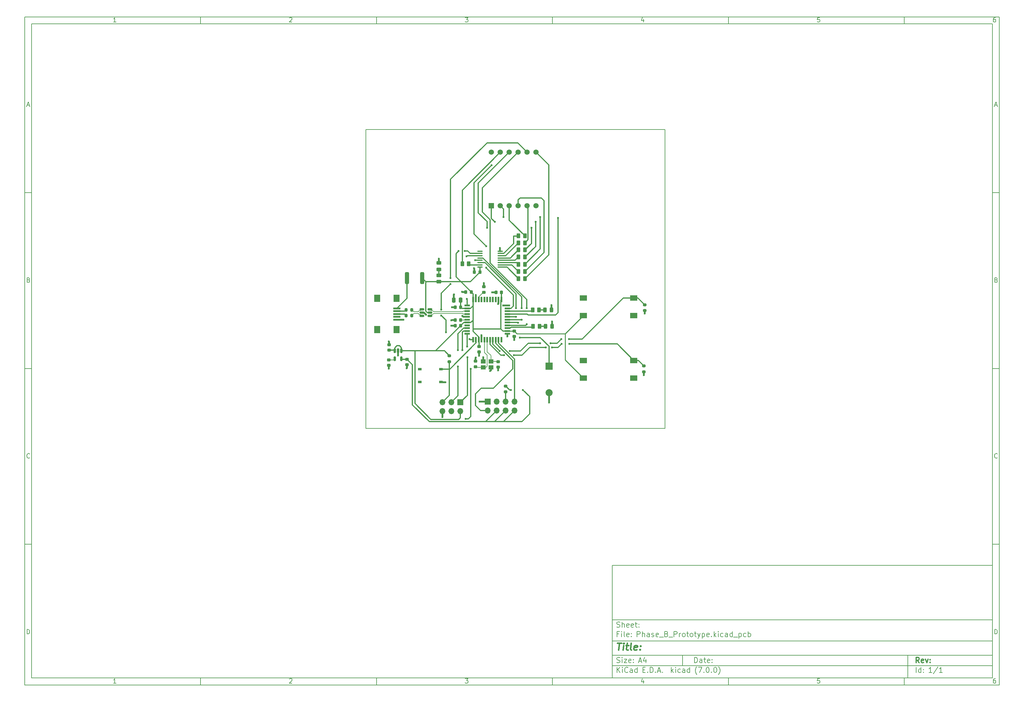
<source format=gbr>
%TF.GenerationSoftware,KiCad,Pcbnew,(7.0.0)*%
%TF.CreationDate,2023-04-24T03:13:21-06:00*%
%TF.ProjectId,Phase_B_Prototype,50686173-655f-4425-9f50-726f746f7479,rev?*%
%TF.SameCoordinates,Original*%
%TF.FileFunction,Copper,L1,Top*%
%TF.FilePolarity,Positive*%
%FSLAX46Y46*%
G04 Gerber Fmt 4.6, Leading zero omitted, Abs format (unit mm)*
G04 Created by KiCad (PCBNEW (7.0.0)) date 2023-04-24 03:13:21*
%MOMM*%
%LPD*%
G01*
G04 APERTURE LIST*
G04 Aperture macros list*
%AMRoundRect*
0 Rectangle with rounded corners*
0 $1 Rounding radius*
0 $2 $3 $4 $5 $6 $7 $8 $9 X,Y pos of 4 corners*
0 Add a 4 corners polygon primitive as box body*
4,1,4,$2,$3,$4,$5,$6,$7,$8,$9,$2,$3,0*
0 Add four circle primitives for the rounded corners*
1,1,$1+$1,$2,$3*
1,1,$1+$1,$4,$5*
1,1,$1+$1,$6,$7*
1,1,$1+$1,$8,$9*
0 Add four rect primitives between the rounded corners*
20,1,$1+$1,$2,$3,$4,$5,0*
20,1,$1+$1,$4,$5,$6,$7,0*
20,1,$1+$1,$6,$7,$8,$9,0*
20,1,$1+$1,$8,$9,$2,$3,0*%
G04 Aperture macros list end*
%ADD10C,0.100000*%
%ADD11C,0.150000*%
%ADD12C,0.300000*%
%ADD13C,0.400000*%
%TA.AperFunction,SMDPad,CuDef*%
%ADD14RoundRect,0.243750X-0.456250X0.243750X-0.456250X-0.243750X0.456250X-0.243750X0.456250X0.243750X0*%
%TD*%
%TA.AperFunction,SMDPad,CuDef*%
%ADD15RoundRect,0.225000X-0.250000X0.225000X-0.250000X-0.225000X0.250000X-0.225000X0.250000X0.225000X0*%
%TD*%
%TA.AperFunction,ComponentPad*%
%ADD16R,1.700000X1.700000*%
%TD*%
%TA.AperFunction,ComponentPad*%
%ADD17O,1.700000X1.700000*%
%TD*%
%TA.AperFunction,SMDPad,CuDef*%
%ADD18RoundRect,0.225000X0.225000X0.250000X-0.225000X0.250000X-0.225000X-0.250000X0.225000X-0.250000X0*%
%TD*%
%TA.AperFunction,SMDPad,CuDef*%
%ADD19RoundRect,0.200000X-0.275000X0.200000X-0.275000X-0.200000X0.275000X-0.200000X0.275000X0.200000X0*%
%TD*%
%TA.AperFunction,SMDPad,CuDef*%
%ADD20RoundRect,0.200000X-0.200000X-0.275000X0.200000X-0.275000X0.200000X0.275000X-0.200000X0.275000X0*%
%TD*%
%TA.AperFunction,ComponentPad*%
%ADD21R,2.000000X2.000000*%
%TD*%
%TA.AperFunction,ComponentPad*%
%ADD22C,2.000000*%
%TD*%
%TA.AperFunction,SMDPad,CuDef*%
%ADD23R,2.000000X0.500000*%
%TD*%
%TA.AperFunction,SMDPad,CuDef*%
%ADD24R,1.700000X2.000000*%
%TD*%
%TA.AperFunction,SMDPad,CuDef*%
%ADD25RoundRect,0.250000X-0.262500X-0.450000X0.262500X-0.450000X0.262500X0.450000X-0.262500X0.450000X0*%
%TD*%
%TA.AperFunction,SMDPad,CuDef*%
%ADD26RoundRect,0.250000X0.250000X0.475000X-0.250000X0.475000X-0.250000X-0.475000X0.250000X-0.475000X0*%
%TD*%
%TA.AperFunction,SMDPad,CuDef*%
%ADD27R,1.000000X0.700000*%
%TD*%
%TA.AperFunction,SMDPad,CuDef*%
%ADD28RoundRect,0.150000X-0.150000X0.512500X-0.150000X-0.512500X0.150000X-0.512500X0.150000X0.512500X0*%
%TD*%
%TA.AperFunction,SMDPad,CuDef*%
%ADD29R,2.000000X1.500000*%
%TD*%
%TA.AperFunction,SMDPad,CuDef*%
%ADD30R,1.500000X0.550000*%
%TD*%
%TA.AperFunction,SMDPad,CuDef*%
%ADD31R,0.550000X1.500000*%
%TD*%
%TA.AperFunction,SMDPad,CuDef*%
%ADD32RoundRect,0.150000X-0.512500X-0.150000X0.512500X-0.150000X0.512500X0.150000X-0.512500X0.150000X0*%
%TD*%
%TA.AperFunction,SMDPad,CuDef*%
%ADD33R,1.400000X1.200000*%
%TD*%
%TA.AperFunction,ComponentPad*%
%ADD34R,1.500000X1.500000*%
%TD*%
%TA.AperFunction,ComponentPad*%
%ADD35C,1.500000*%
%TD*%
%TA.AperFunction,SMDPad,CuDef*%
%ADD36RoundRect,0.225000X0.250000X-0.225000X0.250000X0.225000X-0.250000X0.225000X-0.250000X-0.225000X0*%
%TD*%
%TA.AperFunction,SMDPad,CuDef*%
%ADD37RoundRect,0.243750X0.243750X0.456250X-0.243750X0.456250X-0.243750X-0.456250X0.243750X-0.456250X0*%
%TD*%
%TA.AperFunction,SMDPad,CuDef*%
%ADD38RoundRect,0.250000X-0.312500X-1.450000X0.312500X-1.450000X0.312500X1.450000X-0.312500X1.450000X0*%
%TD*%
%TA.AperFunction,SMDPad,CuDef*%
%ADD39RoundRect,0.250000X0.262500X0.450000X-0.262500X0.450000X-0.262500X-0.450000X0.262500X-0.450000X0*%
%TD*%
%TA.AperFunction,SMDPad,CuDef*%
%ADD40RoundRect,0.100000X0.637500X0.100000X-0.637500X0.100000X-0.637500X-0.100000X0.637500X-0.100000X0*%
%TD*%
%TA.AperFunction,SMDPad,CuDef*%
%ADD41RoundRect,0.250000X0.450000X-0.262500X0.450000X0.262500X-0.450000X0.262500X-0.450000X-0.262500X0*%
%TD*%
%TA.AperFunction,ViaPad*%
%ADD42C,0.600000*%
%TD*%
%TA.AperFunction,Conductor*%
%ADD43C,0.304800*%
%TD*%
%TA.AperFunction,Conductor*%
%ADD44C,0.203200*%
%TD*%
%TA.AperFunction,Conductor*%
%ADD45C,0.508000*%
%TD*%
%TA.AperFunction,Conductor*%
%ADD46C,0.254000*%
%TD*%
%TA.AperFunction,Conductor*%
%ADD47C,0.200000*%
%TD*%
%TA.AperFunction,Profile*%
%ADD48C,0.150000*%
%TD*%
G04 APERTURE END LIST*
D10*
D11*
X177002200Y-166007200D02*
X285002200Y-166007200D01*
X285002200Y-198007200D01*
X177002200Y-198007200D01*
X177002200Y-166007200D01*
D10*
D11*
X10000000Y-10000000D02*
X287002200Y-10000000D01*
X287002200Y-200007200D01*
X10000000Y-200007200D01*
X10000000Y-10000000D01*
D10*
D11*
X12000000Y-12000000D02*
X285002200Y-12000000D01*
X285002200Y-198007200D01*
X12000000Y-198007200D01*
X12000000Y-12000000D01*
D10*
D11*
X60000000Y-12000000D02*
X60000000Y-10000000D01*
D10*
D11*
X110000000Y-12000000D02*
X110000000Y-10000000D01*
D10*
D11*
X160000000Y-12000000D02*
X160000000Y-10000000D01*
D10*
D11*
X210000000Y-12000000D02*
X210000000Y-10000000D01*
D10*
D11*
X260000000Y-12000000D02*
X260000000Y-10000000D01*
D10*
D11*
X35990476Y-11477595D02*
X35247619Y-11477595D01*
X35619047Y-11477595D02*
X35619047Y-10177595D01*
X35619047Y-10177595D02*
X35495238Y-10363309D01*
X35495238Y-10363309D02*
X35371428Y-10487119D01*
X35371428Y-10487119D02*
X35247619Y-10549023D01*
D10*
D11*
X85247619Y-10301404D02*
X85309523Y-10239500D01*
X85309523Y-10239500D02*
X85433333Y-10177595D01*
X85433333Y-10177595D02*
X85742857Y-10177595D01*
X85742857Y-10177595D02*
X85866666Y-10239500D01*
X85866666Y-10239500D02*
X85928571Y-10301404D01*
X85928571Y-10301404D02*
X85990476Y-10425214D01*
X85990476Y-10425214D02*
X85990476Y-10549023D01*
X85990476Y-10549023D02*
X85928571Y-10734738D01*
X85928571Y-10734738D02*
X85185714Y-11477595D01*
X85185714Y-11477595D02*
X85990476Y-11477595D01*
D10*
D11*
X135185714Y-10177595D02*
X135990476Y-10177595D01*
X135990476Y-10177595D02*
X135557142Y-10672833D01*
X135557142Y-10672833D02*
X135742857Y-10672833D01*
X135742857Y-10672833D02*
X135866666Y-10734738D01*
X135866666Y-10734738D02*
X135928571Y-10796642D01*
X135928571Y-10796642D02*
X135990476Y-10920452D01*
X135990476Y-10920452D02*
X135990476Y-11229976D01*
X135990476Y-11229976D02*
X135928571Y-11353785D01*
X135928571Y-11353785D02*
X135866666Y-11415690D01*
X135866666Y-11415690D02*
X135742857Y-11477595D01*
X135742857Y-11477595D02*
X135371428Y-11477595D01*
X135371428Y-11477595D02*
X135247619Y-11415690D01*
X135247619Y-11415690D02*
X135185714Y-11353785D01*
D10*
D11*
X185866666Y-10610928D02*
X185866666Y-11477595D01*
X185557142Y-10115690D02*
X185247619Y-11044261D01*
X185247619Y-11044261D02*
X186052380Y-11044261D01*
D10*
D11*
X235928571Y-10177595D02*
X235309523Y-10177595D01*
X235309523Y-10177595D02*
X235247619Y-10796642D01*
X235247619Y-10796642D02*
X235309523Y-10734738D01*
X235309523Y-10734738D02*
X235433333Y-10672833D01*
X235433333Y-10672833D02*
X235742857Y-10672833D01*
X235742857Y-10672833D02*
X235866666Y-10734738D01*
X235866666Y-10734738D02*
X235928571Y-10796642D01*
X235928571Y-10796642D02*
X235990476Y-10920452D01*
X235990476Y-10920452D02*
X235990476Y-11229976D01*
X235990476Y-11229976D02*
X235928571Y-11353785D01*
X235928571Y-11353785D02*
X235866666Y-11415690D01*
X235866666Y-11415690D02*
X235742857Y-11477595D01*
X235742857Y-11477595D02*
X235433333Y-11477595D01*
X235433333Y-11477595D02*
X235309523Y-11415690D01*
X235309523Y-11415690D02*
X235247619Y-11353785D01*
D10*
D11*
X285866666Y-10177595D02*
X285619047Y-10177595D01*
X285619047Y-10177595D02*
X285495238Y-10239500D01*
X285495238Y-10239500D02*
X285433333Y-10301404D01*
X285433333Y-10301404D02*
X285309523Y-10487119D01*
X285309523Y-10487119D02*
X285247619Y-10734738D01*
X285247619Y-10734738D02*
X285247619Y-11229976D01*
X285247619Y-11229976D02*
X285309523Y-11353785D01*
X285309523Y-11353785D02*
X285371428Y-11415690D01*
X285371428Y-11415690D02*
X285495238Y-11477595D01*
X285495238Y-11477595D02*
X285742857Y-11477595D01*
X285742857Y-11477595D02*
X285866666Y-11415690D01*
X285866666Y-11415690D02*
X285928571Y-11353785D01*
X285928571Y-11353785D02*
X285990476Y-11229976D01*
X285990476Y-11229976D02*
X285990476Y-10920452D01*
X285990476Y-10920452D02*
X285928571Y-10796642D01*
X285928571Y-10796642D02*
X285866666Y-10734738D01*
X285866666Y-10734738D02*
X285742857Y-10672833D01*
X285742857Y-10672833D02*
X285495238Y-10672833D01*
X285495238Y-10672833D02*
X285371428Y-10734738D01*
X285371428Y-10734738D02*
X285309523Y-10796642D01*
X285309523Y-10796642D02*
X285247619Y-10920452D01*
D10*
D11*
X60000000Y-198007200D02*
X60000000Y-200007200D01*
D10*
D11*
X110000000Y-198007200D02*
X110000000Y-200007200D01*
D10*
D11*
X160000000Y-198007200D02*
X160000000Y-200007200D01*
D10*
D11*
X210000000Y-198007200D02*
X210000000Y-200007200D01*
D10*
D11*
X260000000Y-198007200D02*
X260000000Y-200007200D01*
D10*
D11*
X35990476Y-199484795D02*
X35247619Y-199484795D01*
X35619047Y-199484795D02*
X35619047Y-198184795D01*
X35619047Y-198184795D02*
X35495238Y-198370509D01*
X35495238Y-198370509D02*
X35371428Y-198494319D01*
X35371428Y-198494319D02*
X35247619Y-198556223D01*
D10*
D11*
X85247619Y-198308604D02*
X85309523Y-198246700D01*
X85309523Y-198246700D02*
X85433333Y-198184795D01*
X85433333Y-198184795D02*
X85742857Y-198184795D01*
X85742857Y-198184795D02*
X85866666Y-198246700D01*
X85866666Y-198246700D02*
X85928571Y-198308604D01*
X85928571Y-198308604D02*
X85990476Y-198432414D01*
X85990476Y-198432414D02*
X85990476Y-198556223D01*
X85990476Y-198556223D02*
X85928571Y-198741938D01*
X85928571Y-198741938D02*
X85185714Y-199484795D01*
X85185714Y-199484795D02*
X85990476Y-199484795D01*
D10*
D11*
X135185714Y-198184795D02*
X135990476Y-198184795D01*
X135990476Y-198184795D02*
X135557142Y-198680033D01*
X135557142Y-198680033D02*
X135742857Y-198680033D01*
X135742857Y-198680033D02*
X135866666Y-198741938D01*
X135866666Y-198741938D02*
X135928571Y-198803842D01*
X135928571Y-198803842D02*
X135990476Y-198927652D01*
X135990476Y-198927652D02*
X135990476Y-199237176D01*
X135990476Y-199237176D02*
X135928571Y-199360985D01*
X135928571Y-199360985D02*
X135866666Y-199422890D01*
X135866666Y-199422890D02*
X135742857Y-199484795D01*
X135742857Y-199484795D02*
X135371428Y-199484795D01*
X135371428Y-199484795D02*
X135247619Y-199422890D01*
X135247619Y-199422890D02*
X135185714Y-199360985D01*
D10*
D11*
X185866666Y-198618128D02*
X185866666Y-199484795D01*
X185557142Y-198122890D02*
X185247619Y-199051461D01*
X185247619Y-199051461D02*
X186052380Y-199051461D01*
D10*
D11*
X235928571Y-198184795D02*
X235309523Y-198184795D01*
X235309523Y-198184795D02*
X235247619Y-198803842D01*
X235247619Y-198803842D02*
X235309523Y-198741938D01*
X235309523Y-198741938D02*
X235433333Y-198680033D01*
X235433333Y-198680033D02*
X235742857Y-198680033D01*
X235742857Y-198680033D02*
X235866666Y-198741938D01*
X235866666Y-198741938D02*
X235928571Y-198803842D01*
X235928571Y-198803842D02*
X235990476Y-198927652D01*
X235990476Y-198927652D02*
X235990476Y-199237176D01*
X235990476Y-199237176D02*
X235928571Y-199360985D01*
X235928571Y-199360985D02*
X235866666Y-199422890D01*
X235866666Y-199422890D02*
X235742857Y-199484795D01*
X235742857Y-199484795D02*
X235433333Y-199484795D01*
X235433333Y-199484795D02*
X235309523Y-199422890D01*
X235309523Y-199422890D02*
X235247619Y-199360985D01*
D10*
D11*
X285866666Y-198184795D02*
X285619047Y-198184795D01*
X285619047Y-198184795D02*
X285495238Y-198246700D01*
X285495238Y-198246700D02*
X285433333Y-198308604D01*
X285433333Y-198308604D02*
X285309523Y-198494319D01*
X285309523Y-198494319D02*
X285247619Y-198741938D01*
X285247619Y-198741938D02*
X285247619Y-199237176D01*
X285247619Y-199237176D02*
X285309523Y-199360985D01*
X285309523Y-199360985D02*
X285371428Y-199422890D01*
X285371428Y-199422890D02*
X285495238Y-199484795D01*
X285495238Y-199484795D02*
X285742857Y-199484795D01*
X285742857Y-199484795D02*
X285866666Y-199422890D01*
X285866666Y-199422890D02*
X285928571Y-199360985D01*
X285928571Y-199360985D02*
X285990476Y-199237176D01*
X285990476Y-199237176D02*
X285990476Y-198927652D01*
X285990476Y-198927652D02*
X285928571Y-198803842D01*
X285928571Y-198803842D02*
X285866666Y-198741938D01*
X285866666Y-198741938D02*
X285742857Y-198680033D01*
X285742857Y-198680033D02*
X285495238Y-198680033D01*
X285495238Y-198680033D02*
X285371428Y-198741938D01*
X285371428Y-198741938D02*
X285309523Y-198803842D01*
X285309523Y-198803842D02*
X285247619Y-198927652D01*
D10*
D11*
X10000000Y-60000000D02*
X12000000Y-60000000D01*
D10*
D11*
X10000000Y-110000000D02*
X12000000Y-110000000D01*
D10*
D11*
X10000000Y-160000000D02*
X12000000Y-160000000D01*
D10*
D11*
X10690476Y-35106166D02*
X11309523Y-35106166D01*
X10566666Y-35477595D02*
X10999999Y-34177595D01*
X10999999Y-34177595D02*
X11433333Y-35477595D01*
D10*
D11*
X11092857Y-84796642D02*
X11278571Y-84858547D01*
X11278571Y-84858547D02*
X11340476Y-84920452D01*
X11340476Y-84920452D02*
X11402380Y-85044261D01*
X11402380Y-85044261D02*
X11402380Y-85229976D01*
X11402380Y-85229976D02*
X11340476Y-85353785D01*
X11340476Y-85353785D02*
X11278571Y-85415690D01*
X11278571Y-85415690D02*
X11154761Y-85477595D01*
X11154761Y-85477595D02*
X10659523Y-85477595D01*
X10659523Y-85477595D02*
X10659523Y-84177595D01*
X10659523Y-84177595D02*
X11092857Y-84177595D01*
X11092857Y-84177595D02*
X11216666Y-84239500D01*
X11216666Y-84239500D02*
X11278571Y-84301404D01*
X11278571Y-84301404D02*
X11340476Y-84425214D01*
X11340476Y-84425214D02*
X11340476Y-84549023D01*
X11340476Y-84549023D02*
X11278571Y-84672833D01*
X11278571Y-84672833D02*
X11216666Y-84734738D01*
X11216666Y-84734738D02*
X11092857Y-84796642D01*
X11092857Y-84796642D02*
X10659523Y-84796642D01*
D10*
D11*
X11402380Y-135353785D02*
X11340476Y-135415690D01*
X11340476Y-135415690D02*
X11154761Y-135477595D01*
X11154761Y-135477595D02*
X11030952Y-135477595D01*
X11030952Y-135477595D02*
X10845238Y-135415690D01*
X10845238Y-135415690D02*
X10721428Y-135291880D01*
X10721428Y-135291880D02*
X10659523Y-135168071D01*
X10659523Y-135168071D02*
X10597619Y-134920452D01*
X10597619Y-134920452D02*
X10597619Y-134734738D01*
X10597619Y-134734738D02*
X10659523Y-134487119D01*
X10659523Y-134487119D02*
X10721428Y-134363309D01*
X10721428Y-134363309D02*
X10845238Y-134239500D01*
X10845238Y-134239500D02*
X11030952Y-134177595D01*
X11030952Y-134177595D02*
X11154761Y-134177595D01*
X11154761Y-134177595D02*
X11340476Y-134239500D01*
X11340476Y-134239500D02*
X11402380Y-134301404D01*
D10*
D11*
X10659523Y-185477595D02*
X10659523Y-184177595D01*
X10659523Y-184177595D02*
X10969047Y-184177595D01*
X10969047Y-184177595D02*
X11154761Y-184239500D01*
X11154761Y-184239500D02*
X11278571Y-184363309D01*
X11278571Y-184363309D02*
X11340476Y-184487119D01*
X11340476Y-184487119D02*
X11402380Y-184734738D01*
X11402380Y-184734738D02*
X11402380Y-184920452D01*
X11402380Y-184920452D02*
X11340476Y-185168071D01*
X11340476Y-185168071D02*
X11278571Y-185291880D01*
X11278571Y-185291880D02*
X11154761Y-185415690D01*
X11154761Y-185415690D02*
X10969047Y-185477595D01*
X10969047Y-185477595D02*
X10659523Y-185477595D01*
D10*
D11*
X287002200Y-60000000D02*
X285002200Y-60000000D01*
D10*
D11*
X287002200Y-110000000D02*
X285002200Y-110000000D01*
D10*
D11*
X287002200Y-160000000D02*
X285002200Y-160000000D01*
D10*
D11*
X285692676Y-35106166D02*
X286311723Y-35106166D01*
X285568866Y-35477595D02*
X286002199Y-34177595D01*
X286002199Y-34177595D02*
X286435533Y-35477595D01*
D10*
D11*
X286095057Y-84796642D02*
X286280771Y-84858547D01*
X286280771Y-84858547D02*
X286342676Y-84920452D01*
X286342676Y-84920452D02*
X286404580Y-85044261D01*
X286404580Y-85044261D02*
X286404580Y-85229976D01*
X286404580Y-85229976D02*
X286342676Y-85353785D01*
X286342676Y-85353785D02*
X286280771Y-85415690D01*
X286280771Y-85415690D02*
X286156961Y-85477595D01*
X286156961Y-85477595D02*
X285661723Y-85477595D01*
X285661723Y-85477595D02*
X285661723Y-84177595D01*
X285661723Y-84177595D02*
X286095057Y-84177595D01*
X286095057Y-84177595D02*
X286218866Y-84239500D01*
X286218866Y-84239500D02*
X286280771Y-84301404D01*
X286280771Y-84301404D02*
X286342676Y-84425214D01*
X286342676Y-84425214D02*
X286342676Y-84549023D01*
X286342676Y-84549023D02*
X286280771Y-84672833D01*
X286280771Y-84672833D02*
X286218866Y-84734738D01*
X286218866Y-84734738D02*
X286095057Y-84796642D01*
X286095057Y-84796642D02*
X285661723Y-84796642D01*
D10*
D11*
X286404580Y-135353785D02*
X286342676Y-135415690D01*
X286342676Y-135415690D02*
X286156961Y-135477595D01*
X286156961Y-135477595D02*
X286033152Y-135477595D01*
X286033152Y-135477595D02*
X285847438Y-135415690D01*
X285847438Y-135415690D02*
X285723628Y-135291880D01*
X285723628Y-135291880D02*
X285661723Y-135168071D01*
X285661723Y-135168071D02*
X285599819Y-134920452D01*
X285599819Y-134920452D02*
X285599819Y-134734738D01*
X285599819Y-134734738D02*
X285661723Y-134487119D01*
X285661723Y-134487119D02*
X285723628Y-134363309D01*
X285723628Y-134363309D02*
X285847438Y-134239500D01*
X285847438Y-134239500D02*
X286033152Y-134177595D01*
X286033152Y-134177595D02*
X286156961Y-134177595D01*
X286156961Y-134177595D02*
X286342676Y-134239500D01*
X286342676Y-134239500D02*
X286404580Y-134301404D01*
D10*
D11*
X285661723Y-185477595D02*
X285661723Y-184177595D01*
X285661723Y-184177595D02*
X285971247Y-184177595D01*
X285971247Y-184177595D02*
X286156961Y-184239500D01*
X286156961Y-184239500D02*
X286280771Y-184363309D01*
X286280771Y-184363309D02*
X286342676Y-184487119D01*
X286342676Y-184487119D02*
X286404580Y-184734738D01*
X286404580Y-184734738D02*
X286404580Y-184920452D01*
X286404580Y-184920452D02*
X286342676Y-185168071D01*
X286342676Y-185168071D02*
X286280771Y-185291880D01*
X286280771Y-185291880D02*
X286156961Y-185415690D01*
X286156961Y-185415690D02*
X285971247Y-185477595D01*
X285971247Y-185477595D02*
X285661723Y-185477595D01*
D10*
D11*
X200359342Y-193658271D02*
X200359342Y-192158271D01*
X200359342Y-192158271D02*
X200716485Y-192158271D01*
X200716485Y-192158271D02*
X200930771Y-192229700D01*
X200930771Y-192229700D02*
X201073628Y-192372557D01*
X201073628Y-192372557D02*
X201145057Y-192515414D01*
X201145057Y-192515414D02*
X201216485Y-192801128D01*
X201216485Y-192801128D02*
X201216485Y-193015414D01*
X201216485Y-193015414D02*
X201145057Y-193301128D01*
X201145057Y-193301128D02*
X201073628Y-193443985D01*
X201073628Y-193443985D02*
X200930771Y-193586842D01*
X200930771Y-193586842D02*
X200716485Y-193658271D01*
X200716485Y-193658271D02*
X200359342Y-193658271D01*
X202502200Y-193658271D02*
X202502200Y-192872557D01*
X202502200Y-192872557D02*
X202430771Y-192729700D01*
X202430771Y-192729700D02*
X202287914Y-192658271D01*
X202287914Y-192658271D02*
X202002200Y-192658271D01*
X202002200Y-192658271D02*
X201859342Y-192729700D01*
X202502200Y-193586842D02*
X202359342Y-193658271D01*
X202359342Y-193658271D02*
X202002200Y-193658271D01*
X202002200Y-193658271D02*
X201859342Y-193586842D01*
X201859342Y-193586842D02*
X201787914Y-193443985D01*
X201787914Y-193443985D02*
X201787914Y-193301128D01*
X201787914Y-193301128D02*
X201859342Y-193158271D01*
X201859342Y-193158271D02*
X202002200Y-193086842D01*
X202002200Y-193086842D02*
X202359342Y-193086842D01*
X202359342Y-193086842D02*
X202502200Y-193015414D01*
X203002200Y-192658271D02*
X203573628Y-192658271D01*
X203216485Y-192158271D02*
X203216485Y-193443985D01*
X203216485Y-193443985D02*
X203287914Y-193586842D01*
X203287914Y-193586842D02*
X203430771Y-193658271D01*
X203430771Y-193658271D02*
X203573628Y-193658271D01*
X204645057Y-193586842D02*
X204502200Y-193658271D01*
X204502200Y-193658271D02*
X204216486Y-193658271D01*
X204216486Y-193658271D02*
X204073628Y-193586842D01*
X204073628Y-193586842D02*
X204002200Y-193443985D01*
X204002200Y-193443985D02*
X204002200Y-192872557D01*
X204002200Y-192872557D02*
X204073628Y-192729700D01*
X204073628Y-192729700D02*
X204216486Y-192658271D01*
X204216486Y-192658271D02*
X204502200Y-192658271D01*
X204502200Y-192658271D02*
X204645057Y-192729700D01*
X204645057Y-192729700D02*
X204716486Y-192872557D01*
X204716486Y-192872557D02*
X204716486Y-193015414D01*
X204716486Y-193015414D02*
X204002200Y-193158271D01*
X205359342Y-193515414D02*
X205430771Y-193586842D01*
X205430771Y-193586842D02*
X205359342Y-193658271D01*
X205359342Y-193658271D02*
X205287914Y-193586842D01*
X205287914Y-193586842D02*
X205359342Y-193515414D01*
X205359342Y-193515414D02*
X205359342Y-193658271D01*
X205359342Y-192729700D02*
X205430771Y-192801128D01*
X205430771Y-192801128D02*
X205359342Y-192872557D01*
X205359342Y-192872557D02*
X205287914Y-192801128D01*
X205287914Y-192801128D02*
X205359342Y-192729700D01*
X205359342Y-192729700D02*
X205359342Y-192872557D01*
D10*
D11*
X177002200Y-194507200D02*
X285002200Y-194507200D01*
D10*
D11*
X178359342Y-196458271D02*
X178359342Y-194958271D01*
X179216485Y-196458271D02*
X178573628Y-195601128D01*
X179216485Y-194958271D02*
X178359342Y-195815414D01*
X179859342Y-196458271D02*
X179859342Y-195458271D01*
X179859342Y-194958271D02*
X179787914Y-195029700D01*
X179787914Y-195029700D02*
X179859342Y-195101128D01*
X179859342Y-195101128D02*
X179930771Y-195029700D01*
X179930771Y-195029700D02*
X179859342Y-194958271D01*
X179859342Y-194958271D02*
X179859342Y-195101128D01*
X181430771Y-196315414D02*
X181359343Y-196386842D01*
X181359343Y-196386842D02*
X181145057Y-196458271D01*
X181145057Y-196458271D02*
X181002200Y-196458271D01*
X181002200Y-196458271D02*
X180787914Y-196386842D01*
X180787914Y-196386842D02*
X180645057Y-196243985D01*
X180645057Y-196243985D02*
X180573628Y-196101128D01*
X180573628Y-196101128D02*
X180502200Y-195815414D01*
X180502200Y-195815414D02*
X180502200Y-195601128D01*
X180502200Y-195601128D02*
X180573628Y-195315414D01*
X180573628Y-195315414D02*
X180645057Y-195172557D01*
X180645057Y-195172557D02*
X180787914Y-195029700D01*
X180787914Y-195029700D02*
X181002200Y-194958271D01*
X181002200Y-194958271D02*
X181145057Y-194958271D01*
X181145057Y-194958271D02*
X181359343Y-195029700D01*
X181359343Y-195029700D02*
X181430771Y-195101128D01*
X182716486Y-196458271D02*
X182716486Y-195672557D01*
X182716486Y-195672557D02*
X182645057Y-195529700D01*
X182645057Y-195529700D02*
X182502200Y-195458271D01*
X182502200Y-195458271D02*
X182216486Y-195458271D01*
X182216486Y-195458271D02*
X182073628Y-195529700D01*
X182716486Y-196386842D02*
X182573628Y-196458271D01*
X182573628Y-196458271D02*
X182216486Y-196458271D01*
X182216486Y-196458271D02*
X182073628Y-196386842D01*
X182073628Y-196386842D02*
X182002200Y-196243985D01*
X182002200Y-196243985D02*
X182002200Y-196101128D01*
X182002200Y-196101128D02*
X182073628Y-195958271D01*
X182073628Y-195958271D02*
X182216486Y-195886842D01*
X182216486Y-195886842D02*
X182573628Y-195886842D01*
X182573628Y-195886842D02*
X182716486Y-195815414D01*
X184073629Y-196458271D02*
X184073629Y-194958271D01*
X184073629Y-196386842D02*
X183930771Y-196458271D01*
X183930771Y-196458271D02*
X183645057Y-196458271D01*
X183645057Y-196458271D02*
X183502200Y-196386842D01*
X183502200Y-196386842D02*
X183430771Y-196315414D01*
X183430771Y-196315414D02*
X183359343Y-196172557D01*
X183359343Y-196172557D02*
X183359343Y-195743985D01*
X183359343Y-195743985D02*
X183430771Y-195601128D01*
X183430771Y-195601128D02*
X183502200Y-195529700D01*
X183502200Y-195529700D02*
X183645057Y-195458271D01*
X183645057Y-195458271D02*
X183930771Y-195458271D01*
X183930771Y-195458271D02*
X184073629Y-195529700D01*
X185687914Y-195672557D02*
X186187914Y-195672557D01*
X186402200Y-196458271D02*
X185687914Y-196458271D01*
X185687914Y-196458271D02*
X185687914Y-194958271D01*
X185687914Y-194958271D02*
X186402200Y-194958271D01*
X187045057Y-196315414D02*
X187116486Y-196386842D01*
X187116486Y-196386842D02*
X187045057Y-196458271D01*
X187045057Y-196458271D02*
X186973629Y-196386842D01*
X186973629Y-196386842D02*
X187045057Y-196315414D01*
X187045057Y-196315414D02*
X187045057Y-196458271D01*
X187759343Y-196458271D02*
X187759343Y-194958271D01*
X187759343Y-194958271D02*
X188116486Y-194958271D01*
X188116486Y-194958271D02*
X188330772Y-195029700D01*
X188330772Y-195029700D02*
X188473629Y-195172557D01*
X188473629Y-195172557D02*
X188545058Y-195315414D01*
X188545058Y-195315414D02*
X188616486Y-195601128D01*
X188616486Y-195601128D02*
X188616486Y-195815414D01*
X188616486Y-195815414D02*
X188545058Y-196101128D01*
X188545058Y-196101128D02*
X188473629Y-196243985D01*
X188473629Y-196243985D02*
X188330772Y-196386842D01*
X188330772Y-196386842D02*
X188116486Y-196458271D01*
X188116486Y-196458271D02*
X187759343Y-196458271D01*
X189259343Y-196315414D02*
X189330772Y-196386842D01*
X189330772Y-196386842D02*
X189259343Y-196458271D01*
X189259343Y-196458271D02*
X189187915Y-196386842D01*
X189187915Y-196386842D02*
X189259343Y-196315414D01*
X189259343Y-196315414D02*
X189259343Y-196458271D01*
X189902201Y-196029700D02*
X190616487Y-196029700D01*
X189759344Y-196458271D02*
X190259344Y-194958271D01*
X190259344Y-194958271D02*
X190759344Y-196458271D01*
X191259343Y-196315414D02*
X191330772Y-196386842D01*
X191330772Y-196386842D02*
X191259343Y-196458271D01*
X191259343Y-196458271D02*
X191187915Y-196386842D01*
X191187915Y-196386842D02*
X191259343Y-196315414D01*
X191259343Y-196315414D02*
X191259343Y-196458271D01*
X193773629Y-196458271D02*
X193773629Y-194958271D01*
X193916487Y-195886842D02*
X194345058Y-196458271D01*
X194345058Y-195458271D02*
X193773629Y-196029700D01*
X194987915Y-196458271D02*
X194987915Y-195458271D01*
X194987915Y-194958271D02*
X194916487Y-195029700D01*
X194916487Y-195029700D02*
X194987915Y-195101128D01*
X194987915Y-195101128D02*
X195059344Y-195029700D01*
X195059344Y-195029700D02*
X194987915Y-194958271D01*
X194987915Y-194958271D02*
X194987915Y-195101128D01*
X196345059Y-196386842D02*
X196202201Y-196458271D01*
X196202201Y-196458271D02*
X195916487Y-196458271D01*
X195916487Y-196458271D02*
X195773630Y-196386842D01*
X195773630Y-196386842D02*
X195702201Y-196315414D01*
X195702201Y-196315414D02*
X195630773Y-196172557D01*
X195630773Y-196172557D02*
X195630773Y-195743985D01*
X195630773Y-195743985D02*
X195702201Y-195601128D01*
X195702201Y-195601128D02*
X195773630Y-195529700D01*
X195773630Y-195529700D02*
X195916487Y-195458271D01*
X195916487Y-195458271D02*
X196202201Y-195458271D01*
X196202201Y-195458271D02*
X196345059Y-195529700D01*
X197630773Y-196458271D02*
X197630773Y-195672557D01*
X197630773Y-195672557D02*
X197559344Y-195529700D01*
X197559344Y-195529700D02*
X197416487Y-195458271D01*
X197416487Y-195458271D02*
X197130773Y-195458271D01*
X197130773Y-195458271D02*
X196987915Y-195529700D01*
X197630773Y-196386842D02*
X197487915Y-196458271D01*
X197487915Y-196458271D02*
X197130773Y-196458271D01*
X197130773Y-196458271D02*
X196987915Y-196386842D01*
X196987915Y-196386842D02*
X196916487Y-196243985D01*
X196916487Y-196243985D02*
X196916487Y-196101128D01*
X196916487Y-196101128D02*
X196987915Y-195958271D01*
X196987915Y-195958271D02*
X197130773Y-195886842D01*
X197130773Y-195886842D02*
X197487915Y-195886842D01*
X197487915Y-195886842D02*
X197630773Y-195815414D01*
X198987916Y-196458271D02*
X198987916Y-194958271D01*
X198987916Y-196386842D02*
X198845058Y-196458271D01*
X198845058Y-196458271D02*
X198559344Y-196458271D01*
X198559344Y-196458271D02*
X198416487Y-196386842D01*
X198416487Y-196386842D02*
X198345058Y-196315414D01*
X198345058Y-196315414D02*
X198273630Y-196172557D01*
X198273630Y-196172557D02*
X198273630Y-195743985D01*
X198273630Y-195743985D02*
X198345058Y-195601128D01*
X198345058Y-195601128D02*
X198416487Y-195529700D01*
X198416487Y-195529700D02*
X198559344Y-195458271D01*
X198559344Y-195458271D02*
X198845058Y-195458271D01*
X198845058Y-195458271D02*
X198987916Y-195529700D01*
X201030773Y-197029700D02*
X200959344Y-196958271D01*
X200959344Y-196958271D02*
X200816487Y-196743985D01*
X200816487Y-196743985D02*
X200745059Y-196601128D01*
X200745059Y-196601128D02*
X200673630Y-196386842D01*
X200673630Y-196386842D02*
X200602201Y-196029700D01*
X200602201Y-196029700D02*
X200602201Y-195743985D01*
X200602201Y-195743985D02*
X200673630Y-195386842D01*
X200673630Y-195386842D02*
X200745059Y-195172557D01*
X200745059Y-195172557D02*
X200816487Y-195029700D01*
X200816487Y-195029700D02*
X200959344Y-194815414D01*
X200959344Y-194815414D02*
X201030773Y-194743985D01*
X201459344Y-194958271D02*
X202459344Y-194958271D01*
X202459344Y-194958271D02*
X201816487Y-196458271D01*
X203030772Y-196315414D02*
X203102201Y-196386842D01*
X203102201Y-196386842D02*
X203030772Y-196458271D01*
X203030772Y-196458271D02*
X202959344Y-196386842D01*
X202959344Y-196386842D02*
X203030772Y-196315414D01*
X203030772Y-196315414D02*
X203030772Y-196458271D01*
X204030773Y-194958271D02*
X204173630Y-194958271D01*
X204173630Y-194958271D02*
X204316487Y-195029700D01*
X204316487Y-195029700D02*
X204387916Y-195101128D01*
X204387916Y-195101128D02*
X204459344Y-195243985D01*
X204459344Y-195243985D02*
X204530773Y-195529700D01*
X204530773Y-195529700D02*
X204530773Y-195886842D01*
X204530773Y-195886842D02*
X204459344Y-196172557D01*
X204459344Y-196172557D02*
X204387916Y-196315414D01*
X204387916Y-196315414D02*
X204316487Y-196386842D01*
X204316487Y-196386842D02*
X204173630Y-196458271D01*
X204173630Y-196458271D02*
X204030773Y-196458271D01*
X204030773Y-196458271D02*
X203887916Y-196386842D01*
X203887916Y-196386842D02*
X203816487Y-196315414D01*
X203816487Y-196315414D02*
X203745058Y-196172557D01*
X203745058Y-196172557D02*
X203673630Y-195886842D01*
X203673630Y-195886842D02*
X203673630Y-195529700D01*
X203673630Y-195529700D02*
X203745058Y-195243985D01*
X203745058Y-195243985D02*
X203816487Y-195101128D01*
X203816487Y-195101128D02*
X203887916Y-195029700D01*
X203887916Y-195029700D02*
X204030773Y-194958271D01*
X205173629Y-196315414D02*
X205245058Y-196386842D01*
X205245058Y-196386842D02*
X205173629Y-196458271D01*
X205173629Y-196458271D02*
X205102201Y-196386842D01*
X205102201Y-196386842D02*
X205173629Y-196315414D01*
X205173629Y-196315414D02*
X205173629Y-196458271D01*
X206173630Y-194958271D02*
X206316487Y-194958271D01*
X206316487Y-194958271D02*
X206459344Y-195029700D01*
X206459344Y-195029700D02*
X206530773Y-195101128D01*
X206530773Y-195101128D02*
X206602201Y-195243985D01*
X206602201Y-195243985D02*
X206673630Y-195529700D01*
X206673630Y-195529700D02*
X206673630Y-195886842D01*
X206673630Y-195886842D02*
X206602201Y-196172557D01*
X206602201Y-196172557D02*
X206530773Y-196315414D01*
X206530773Y-196315414D02*
X206459344Y-196386842D01*
X206459344Y-196386842D02*
X206316487Y-196458271D01*
X206316487Y-196458271D02*
X206173630Y-196458271D01*
X206173630Y-196458271D02*
X206030773Y-196386842D01*
X206030773Y-196386842D02*
X205959344Y-196315414D01*
X205959344Y-196315414D02*
X205887915Y-196172557D01*
X205887915Y-196172557D02*
X205816487Y-195886842D01*
X205816487Y-195886842D02*
X205816487Y-195529700D01*
X205816487Y-195529700D02*
X205887915Y-195243985D01*
X205887915Y-195243985D02*
X205959344Y-195101128D01*
X205959344Y-195101128D02*
X206030773Y-195029700D01*
X206030773Y-195029700D02*
X206173630Y-194958271D01*
X207173629Y-197029700D02*
X207245058Y-196958271D01*
X207245058Y-196958271D02*
X207387915Y-196743985D01*
X207387915Y-196743985D02*
X207459344Y-196601128D01*
X207459344Y-196601128D02*
X207530772Y-196386842D01*
X207530772Y-196386842D02*
X207602201Y-196029700D01*
X207602201Y-196029700D02*
X207602201Y-195743985D01*
X207602201Y-195743985D02*
X207530772Y-195386842D01*
X207530772Y-195386842D02*
X207459344Y-195172557D01*
X207459344Y-195172557D02*
X207387915Y-195029700D01*
X207387915Y-195029700D02*
X207245058Y-194815414D01*
X207245058Y-194815414D02*
X207173629Y-194743985D01*
D10*
D11*
X177002200Y-191507200D02*
X285002200Y-191507200D01*
D10*
D12*
X264216485Y-193658271D02*
X263716485Y-192943985D01*
X263359342Y-193658271D02*
X263359342Y-192158271D01*
X263359342Y-192158271D02*
X263930771Y-192158271D01*
X263930771Y-192158271D02*
X264073628Y-192229700D01*
X264073628Y-192229700D02*
X264145057Y-192301128D01*
X264145057Y-192301128D02*
X264216485Y-192443985D01*
X264216485Y-192443985D02*
X264216485Y-192658271D01*
X264216485Y-192658271D02*
X264145057Y-192801128D01*
X264145057Y-192801128D02*
X264073628Y-192872557D01*
X264073628Y-192872557D02*
X263930771Y-192943985D01*
X263930771Y-192943985D02*
X263359342Y-192943985D01*
X265430771Y-193586842D02*
X265287914Y-193658271D01*
X265287914Y-193658271D02*
X265002200Y-193658271D01*
X265002200Y-193658271D02*
X264859342Y-193586842D01*
X264859342Y-193586842D02*
X264787914Y-193443985D01*
X264787914Y-193443985D02*
X264787914Y-192872557D01*
X264787914Y-192872557D02*
X264859342Y-192729700D01*
X264859342Y-192729700D02*
X265002200Y-192658271D01*
X265002200Y-192658271D02*
X265287914Y-192658271D01*
X265287914Y-192658271D02*
X265430771Y-192729700D01*
X265430771Y-192729700D02*
X265502200Y-192872557D01*
X265502200Y-192872557D02*
X265502200Y-193015414D01*
X265502200Y-193015414D02*
X264787914Y-193158271D01*
X266002199Y-192658271D02*
X266359342Y-193658271D01*
X266359342Y-193658271D02*
X266716485Y-192658271D01*
X267287913Y-193515414D02*
X267359342Y-193586842D01*
X267359342Y-193586842D02*
X267287913Y-193658271D01*
X267287913Y-193658271D02*
X267216485Y-193586842D01*
X267216485Y-193586842D02*
X267287913Y-193515414D01*
X267287913Y-193515414D02*
X267287913Y-193658271D01*
X267287913Y-192729700D02*
X267359342Y-192801128D01*
X267359342Y-192801128D02*
X267287913Y-192872557D01*
X267287913Y-192872557D02*
X267216485Y-192801128D01*
X267216485Y-192801128D02*
X267287913Y-192729700D01*
X267287913Y-192729700D02*
X267287913Y-192872557D01*
D10*
D11*
X178287914Y-193586842D02*
X178502200Y-193658271D01*
X178502200Y-193658271D02*
X178859342Y-193658271D01*
X178859342Y-193658271D02*
X179002200Y-193586842D01*
X179002200Y-193586842D02*
X179073628Y-193515414D01*
X179073628Y-193515414D02*
X179145057Y-193372557D01*
X179145057Y-193372557D02*
X179145057Y-193229700D01*
X179145057Y-193229700D02*
X179073628Y-193086842D01*
X179073628Y-193086842D02*
X179002200Y-193015414D01*
X179002200Y-193015414D02*
X178859342Y-192943985D01*
X178859342Y-192943985D02*
X178573628Y-192872557D01*
X178573628Y-192872557D02*
X178430771Y-192801128D01*
X178430771Y-192801128D02*
X178359342Y-192729700D01*
X178359342Y-192729700D02*
X178287914Y-192586842D01*
X178287914Y-192586842D02*
X178287914Y-192443985D01*
X178287914Y-192443985D02*
X178359342Y-192301128D01*
X178359342Y-192301128D02*
X178430771Y-192229700D01*
X178430771Y-192229700D02*
X178573628Y-192158271D01*
X178573628Y-192158271D02*
X178930771Y-192158271D01*
X178930771Y-192158271D02*
X179145057Y-192229700D01*
X179787913Y-193658271D02*
X179787913Y-192658271D01*
X179787913Y-192158271D02*
X179716485Y-192229700D01*
X179716485Y-192229700D02*
X179787913Y-192301128D01*
X179787913Y-192301128D02*
X179859342Y-192229700D01*
X179859342Y-192229700D02*
X179787913Y-192158271D01*
X179787913Y-192158271D02*
X179787913Y-192301128D01*
X180359342Y-192658271D02*
X181145057Y-192658271D01*
X181145057Y-192658271D02*
X180359342Y-193658271D01*
X180359342Y-193658271D02*
X181145057Y-193658271D01*
X182287914Y-193586842D02*
X182145057Y-193658271D01*
X182145057Y-193658271D02*
X181859343Y-193658271D01*
X181859343Y-193658271D02*
X181716485Y-193586842D01*
X181716485Y-193586842D02*
X181645057Y-193443985D01*
X181645057Y-193443985D02*
X181645057Y-192872557D01*
X181645057Y-192872557D02*
X181716485Y-192729700D01*
X181716485Y-192729700D02*
X181859343Y-192658271D01*
X181859343Y-192658271D02*
X182145057Y-192658271D01*
X182145057Y-192658271D02*
X182287914Y-192729700D01*
X182287914Y-192729700D02*
X182359343Y-192872557D01*
X182359343Y-192872557D02*
X182359343Y-193015414D01*
X182359343Y-193015414D02*
X181645057Y-193158271D01*
X183002199Y-193515414D02*
X183073628Y-193586842D01*
X183073628Y-193586842D02*
X183002199Y-193658271D01*
X183002199Y-193658271D02*
X182930771Y-193586842D01*
X182930771Y-193586842D02*
X183002199Y-193515414D01*
X183002199Y-193515414D02*
X183002199Y-193658271D01*
X183002199Y-192729700D02*
X183073628Y-192801128D01*
X183073628Y-192801128D02*
X183002199Y-192872557D01*
X183002199Y-192872557D02*
X182930771Y-192801128D01*
X182930771Y-192801128D02*
X183002199Y-192729700D01*
X183002199Y-192729700D02*
X183002199Y-192872557D01*
X184545057Y-193229700D02*
X185259343Y-193229700D01*
X184402200Y-193658271D02*
X184902200Y-192158271D01*
X184902200Y-192158271D02*
X185402200Y-193658271D01*
X186545057Y-192658271D02*
X186545057Y-193658271D01*
X186187914Y-192086842D02*
X185830771Y-193158271D01*
X185830771Y-193158271D02*
X186759342Y-193158271D01*
D10*
D11*
X263359342Y-196458271D02*
X263359342Y-194958271D01*
X264716486Y-196458271D02*
X264716486Y-194958271D01*
X264716486Y-196386842D02*
X264573628Y-196458271D01*
X264573628Y-196458271D02*
X264287914Y-196458271D01*
X264287914Y-196458271D02*
X264145057Y-196386842D01*
X264145057Y-196386842D02*
X264073628Y-196315414D01*
X264073628Y-196315414D02*
X264002200Y-196172557D01*
X264002200Y-196172557D02*
X264002200Y-195743985D01*
X264002200Y-195743985D02*
X264073628Y-195601128D01*
X264073628Y-195601128D02*
X264145057Y-195529700D01*
X264145057Y-195529700D02*
X264287914Y-195458271D01*
X264287914Y-195458271D02*
X264573628Y-195458271D01*
X264573628Y-195458271D02*
X264716486Y-195529700D01*
X265430771Y-196315414D02*
X265502200Y-196386842D01*
X265502200Y-196386842D02*
X265430771Y-196458271D01*
X265430771Y-196458271D02*
X265359343Y-196386842D01*
X265359343Y-196386842D02*
X265430771Y-196315414D01*
X265430771Y-196315414D02*
X265430771Y-196458271D01*
X265430771Y-195529700D02*
X265502200Y-195601128D01*
X265502200Y-195601128D02*
X265430771Y-195672557D01*
X265430771Y-195672557D02*
X265359343Y-195601128D01*
X265359343Y-195601128D02*
X265430771Y-195529700D01*
X265430771Y-195529700D02*
X265430771Y-195672557D01*
X267830772Y-196458271D02*
X266973629Y-196458271D01*
X267402200Y-196458271D02*
X267402200Y-194958271D01*
X267402200Y-194958271D02*
X267259343Y-195172557D01*
X267259343Y-195172557D02*
X267116486Y-195315414D01*
X267116486Y-195315414D02*
X266973629Y-195386842D01*
X269545057Y-194886842D02*
X268259343Y-196815414D01*
X270830772Y-196458271D02*
X269973629Y-196458271D01*
X270402200Y-196458271D02*
X270402200Y-194958271D01*
X270402200Y-194958271D02*
X270259343Y-195172557D01*
X270259343Y-195172557D02*
X270116486Y-195315414D01*
X270116486Y-195315414D02*
X269973629Y-195386842D01*
D10*
D11*
X177002200Y-187507200D02*
X285002200Y-187507200D01*
D10*
D13*
X178454580Y-188041961D02*
X179597438Y-188041961D01*
X178776009Y-190041961D02*
X179026009Y-188041961D01*
X180014105Y-190041961D02*
X180180771Y-188708628D01*
X180264105Y-188041961D02*
X180156962Y-188137200D01*
X180156962Y-188137200D02*
X180240295Y-188232438D01*
X180240295Y-188232438D02*
X180347438Y-188137200D01*
X180347438Y-188137200D02*
X180264105Y-188041961D01*
X180264105Y-188041961D02*
X180240295Y-188232438D01*
X180847438Y-188708628D02*
X181609343Y-188708628D01*
X181216486Y-188041961D02*
X181002200Y-189756247D01*
X181002200Y-189756247D02*
X181073629Y-189946723D01*
X181073629Y-189946723D02*
X181252200Y-190041961D01*
X181252200Y-190041961D02*
X181442676Y-190041961D01*
X182395057Y-190041961D02*
X182216486Y-189946723D01*
X182216486Y-189946723D02*
X182145057Y-189756247D01*
X182145057Y-189756247D02*
X182359343Y-188041961D01*
X183930771Y-189946723D02*
X183728390Y-190041961D01*
X183728390Y-190041961D02*
X183347438Y-190041961D01*
X183347438Y-190041961D02*
X183168867Y-189946723D01*
X183168867Y-189946723D02*
X183097438Y-189756247D01*
X183097438Y-189756247D02*
X183192676Y-188994342D01*
X183192676Y-188994342D02*
X183311724Y-188803866D01*
X183311724Y-188803866D02*
X183514105Y-188708628D01*
X183514105Y-188708628D02*
X183895057Y-188708628D01*
X183895057Y-188708628D02*
X184073628Y-188803866D01*
X184073628Y-188803866D02*
X184145057Y-188994342D01*
X184145057Y-188994342D02*
X184121247Y-189184819D01*
X184121247Y-189184819D02*
X183145057Y-189375295D01*
X184895057Y-189851485D02*
X184978391Y-189946723D01*
X184978391Y-189946723D02*
X184871248Y-190041961D01*
X184871248Y-190041961D02*
X184787914Y-189946723D01*
X184787914Y-189946723D02*
X184895057Y-189851485D01*
X184895057Y-189851485D02*
X184871248Y-190041961D01*
X185026010Y-188803866D02*
X185109343Y-188899104D01*
X185109343Y-188899104D02*
X185002200Y-188994342D01*
X185002200Y-188994342D02*
X184918867Y-188899104D01*
X184918867Y-188899104D02*
X185026010Y-188803866D01*
X185026010Y-188803866D02*
X185002200Y-188994342D01*
D10*
D11*
X178859342Y-185472557D02*
X178359342Y-185472557D01*
X178359342Y-186258271D02*
X178359342Y-184758271D01*
X178359342Y-184758271D02*
X179073628Y-184758271D01*
X179645056Y-186258271D02*
X179645056Y-185258271D01*
X179645056Y-184758271D02*
X179573628Y-184829700D01*
X179573628Y-184829700D02*
X179645056Y-184901128D01*
X179645056Y-184901128D02*
X179716485Y-184829700D01*
X179716485Y-184829700D02*
X179645056Y-184758271D01*
X179645056Y-184758271D02*
X179645056Y-184901128D01*
X180573628Y-186258271D02*
X180430771Y-186186842D01*
X180430771Y-186186842D02*
X180359342Y-186043985D01*
X180359342Y-186043985D02*
X180359342Y-184758271D01*
X181716485Y-186186842D02*
X181573628Y-186258271D01*
X181573628Y-186258271D02*
X181287914Y-186258271D01*
X181287914Y-186258271D02*
X181145056Y-186186842D01*
X181145056Y-186186842D02*
X181073628Y-186043985D01*
X181073628Y-186043985D02*
X181073628Y-185472557D01*
X181073628Y-185472557D02*
X181145056Y-185329700D01*
X181145056Y-185329700D02*
X181287914Y-185258271D01*
X181287914Y-185258271D02*
X181573628Y-185258271D01*
X181573628Y-185258271D02*
X181716485Y-185329700D01*
X181716485Y-185329700D02*
X181787914Y-185472557D01*
X181787914Y-185472557D02*
X181787914Y-185615414D01*
X181787914Y-185615414D02*
X181073628Y-185758271D01*
X182430770Y-186115414D02*
X182502199Y-186186842D01*
X182502199Y-186186842D02*
X182430770Y-186258271D01*
X182430770Y-186258271D02*
X182359342Y-186186842D01*
X182359342Y-186186842D02*
X182430770Y-186115414D01*
X182430770Y-186115414D02*
X182430770Y-186258271D01*
X182430770Y-185329700D02*
X182502199Y-185401128D01*
X182502199Y-185401128D02*
X182430770Y-185472557D01*
X182430770Y-185472557D02*
X182359342Y-185401128D01*
X182359342Y-185401128D02*
X182430770Y-185329700D01*
X182430770Y-185329700D02*
X182430770Y-185472557D01*
X184045056Y-186258271D02*
X184045056Y-184758271D01*
X184045056Y-184758271D02*
X184616485Y-184758271D01*
X184616485Y-184758271D02*
X184759342Y-184829700D01*
X184759342Y-184829700D02*
X184830771Y-184901128D01*
X184830771Y-184901128D02*
X184902199Y-185043985D01*
X184902199Y-185043985D02*
X184902199Y-185258271D01*
X184902199Y-185258271D02*
X184830771Y-185401128D01*
X184830771Y-185401128D02*
X184759342Y-185472557D01*
X184759342Y-185472557D02*
X184616485Y-185543985D01*
X184616485Y-185543985D02*
X184045056Y-185543985D01*
X185545056Y-186258271D02*
X185545056Y-184758271D01*
X186187914Y-186258271D02*
X186187914Y-185472557D01*
X186187914Y-185472557D02*
X186116485Y-185329700D01*
X186116485Y-185329700D02*
X185973628Y-185258271D01*
X185973628Y-185258271D02*
X185759342Y-185258271D01*
X185759342Y-185258271D02*
X185616485Y-185329700D01*
X185616485Y-185329700D02*
X185545056Y-185401128D01*
X187545057Y-186258271D02*
X187545057Y-185472557D01*
X187545057Y-185472557D02*
X187473628Y-185329700D01*
X187473628Y-185329700D02*
X187330771Y-185258271D01*
X187330771Y-185258271D02*
X187045057Y-185258271D01*
X187045057Y-185258271D02*
X186902199Y-185329700D01*
X187545057Y-186186842D02*
X187402199Y-186258271D01*
X187402199Y-186258271D02*
X187045057Y-186258271D01*
X187045057Y-186258271D02*
X186902199Y-186186842D01*
X186902199Y-186186842D02*
X186830771Y-186043985D01*
X186830771Y-186043985D02*
X186830771Y-185901128D01*
X186830771Y-185901128D02*
X186902199Y-185758271D01*
X186902199Y-185758271D02*
X187045057Y-185686842D01*
X187045057Y-185686842D02*
X187402199Y-185686842D01*
X187402199Y-185686842D02*
X187545057Y-185615414D01*
X188187914Y-186186842D02*
X188330771Y-186258271D01*
X188330771Y-186258271D02*
X188616485Y-186258271D01*
X188616485Y-186258271D02*
X188759342Y-186186842D01*
X188759342Y-186186842D02*
X188830771Y-186043985D01*
X188830771Y-186043985D02*
X188830771Y-185972557D01*
X188830771Y-185972557D02*
X188759342Y-185829700D01*
X188759342Y-185829700D02*
X188616485Y-185758271D01*
X188616485Y-185758271D02*
X188402200Y-185758271D01*
X188402200Y-185758271D02*
X188259342Y-185686842D01*
X188259342Y-185686842D02*
X188187914Y-185543985D01*
X188187914Y-185543985D02*
X188187914Y-185472557D01*
X188187914Y-185472557D02*
X188259342Y-185329700D01*
X188259342Y-185329700D02*
X188402200Y-185258271D01*
X188402200Y-185258271D02*
X188616485Y-185258271D01*
X188616485Y-185258271D02*
X188759342Y-185329700D01*
X190045057Y-186186842D02*
X189902200Y-186258271D01*
X189902200Y-186258271D02*
X189616486Y-186258271D01*
X189616486Y-186258271D02*
X189473628Y-186186842D01*
X189473628Y-186186842D02*
X189402200Y-186043985D01*
X189402200Y-186043985D02*
X189402200Y-185472557D01*
X189402200Y-185472557D02*
X189473628Y-185329700D01*
X189473628Y-185329700D02*
X189616486Y-185258271D01*
X189616486Y-185258271D02*
X189902200Y-185258271D01*
X189902200Y-185258271D02*
X190045057Y-185329700D01*
X190045057Y-185329700D02*
X190116486Y-185472557D01*
X190116486Y-185472557D02*
X190116486Y-185615414D01*
X190116486Y-185615414D02*
X189402200Y-185758271D01*
X190402200Y-186401128D02*
X191545057Y-186401128D01*
X192402199Y-185472557D02*
X192616485Y-185543985D01*
X192616485Y-185543985D02*
X192687914Y-185615414D01*
X192687914Y-185615414D02*
X192759342Y-185758271D01*
X192759342Y-185758271D02*
X192759342Y-185972557D01*
X192759342Y-185972557D02*
X192687914Y-186115414D01*
X192687914Y-186115414D02*
X192616485Y-186186842D01*
X192616485Y-186186842D02*
X192473628Y-186258271D01*
X192473628Y-186258271D02*
X191902199Y-186258271D01*
X191902199Y-186258271D02*
X191902199Y-184758271D01*
X191902199Y-184758271D02*
X192402199Y-184758271D01*
X192402199Y-184758271D02*
X192545057Y-184829700D01*
X192545057Y-184829700D02*
X192616485Y-184901128D01*
X192616485Y-184901128D02*
X192687914Y-185043985D01*
X192687914Y-185043985D02*
X192687914Y-185186842D01*
X192687914Y-185186842D02*
X192616485Y-185329700D01*
X192616485Y-185329700D02*
X192545057Y-185401128D01*
X192545057Y-185401128D02*
X192402199Y-185472557D01*
X192402199Y-185472557D02*
X191902199Y-185472557D01*
X193045057Y-186401128D02*
X194187914Y-186401128D01*
X194545056Y-186258271D02*
X194545056Y-184758271D01*
X194545056Y-184758271D02*
X195116485Y-184758271D01*
X195116485Y-184758271D02*
X195259342Y-184829700D01*
X195259342Y-184829700D02*
X195330771Y-184901128D01*
X195330771Y-184901128D02*
X195402199Y-185043985D01*
X195402199Y-185043985D02*
X195402199Y-185258271D01*
X195402199Y-185258271D02*
X195330771Y-185401128D01*
X195330771Y-185401128D02*
X195259342Y-185472557D01*
X195259342Y-185472557D02*
X195116485Y-185543985D01*
X195116485Y-185543985D02*
X194545056Y-185543985D01*
X196045056Y-186258271D02*
X196045056Y-185258271D01*
X196045056Y-185543985D02*
X196116485Y-185401128D01*
X196116485Y-185401128D02*
X196187914Y-185329700D01*
X196187914Y-185329700D02*
X196330771Y-185258271D01*
X196330771Y-185258271D02*
X196473628Y-185258271D01*
X197187913Y-186258271D02*
X197045056Y-186186842D01*
X197045056Y-186186842D02*
X196973627Y-186115414D01*
X196973627Y-186115414D02*
X196902199Y-185972557D01*
X196902199Y-185972557D02*
X196902199Y-185543985D01*
X196902199Y-185543985D02*
X196973627Y-185401128D01*
X196973627Y-185401128D02*
X197045056Y-185329700D01*
X197045056Y-185329700D02*
X197187913Y-185258271D01*
X197187913Y-185258271D02*
X197402199Y-185258271D01*
X197402199Y-185258271D02*
X197545056Y-185329700D01*
X197545056Y-185329700D02*
X197616485Y-185401128D01*
X197616485Y-185401128D02*
X197687913Y-185543985D01*
X197687913Y-185543985D02*
X197687913Y-185972557D01*
X197687913Y-185972557D02*
X197616485Y-186115414D01*
X197616485Y-186115414D02*
X197545056Y-186186842D01*
X197545056Y-186186842D02*
X197402199Y-186258271D01*
X197402199Y-186258271D02*
X197187913Y-186258271D01*
X198116485Y-185258271D02*
X198687913Y-185258271D01*
X198330770Y-184758271D02*
X198330770Y-186043985D01*
X198330770Y-186043985D02*
X198402199Y-186186842D01*
X198402199Y-186186842D02*
X198545056Y-186258271D01*
X198545056Y-186258271D02*
X198687913Y-186258271D01*
X199402199Y-186258271D02*
X199259342Y-186186842D01*
X199259342Y-186186842D02*
X199187913Y-186115414D01*
X199187913Y-186115414D02*
X199116485Y-185972557D01*
X199116485Y-185972557D02*
X199116485Y-185543985D01*
X199116485Y-185543985D02*
X199187913Y-185401128D01*
X199187913Y-185401128D02*
X199259342Y-185329700D01*
X199259342Y-185329700D02*
X199402199Y-185258271D01*
X199402199Y-185258271D02*
X199616485Y-185258271D01*
X199616485Y-185258271D02*
X199759342Y-185329700D01*
X199759342Y-185329700D02*
X199830771Y-185401128D01*
X199830771Y-185401128D02*
X199902199Y-185543985D01*
X199902199Y-185543985D02*
X199902199Y-185972557D01*
X199902199Y-185972557D02*
X199830771Y-186115414D01*
X199830771Y-186115414D02*
X199759342Y-186186842D01*
X199759342Y-186186842D02*
X199616485Y-186258271D01*
X199616485Y-186258271D02*
X199402199Y-186258271D01*
X200330771Y-185258271D02*
X200902199Y-185258271D01*
X200545056Y-184758271D02*
X200545056Y-186043985D01*
X200545056Y-186043985D02*
X200616485Y-186186842D01*
X200616485Y-186186842D02*
X200759342Y-186258271D01*
X200759342Y-186258271D02*
X200902199Y-186258271D01*
X201259342Y-185258271D02*
X201616485Y-186258271D01*
X201973628Y-185258271D02*
X201616485Y-186258271D01*
X201616485Y-186258271D02*
X201473628Y-186615414D01*
X201473628Y-186615414D02*
X201402199Y-186686842D01*
X201402199Y-186686842D02*
X201259342Y-186758271D01*
X202545056Y-185258271D02*
X202545056Y-186758271D01*
X202545056Y-185329700D02*
X202687914Y-185258271D01*
X202687914Y-185258271D02*
X202973628Y-185258271D01*
X202973628Y-185258271D02*
X203116485Y-185329700D01*
X203116485Y-185329700D02*
X203187914Y-185401128D01*
X203187914Y-185401128D02*
X203259342Y-185543985D01*
X203259342Y-185543985D02*
X203259342Y-185972557D01*
X203259342Y-185972557D02*
X203187914Y-186115414D01*
X203187914Y-186115414D02*
X203116485Y-186186842D01*
X203116485Y-186186842D02*
X202973628Y-186258271D01*
X202973628Y-186258271D02*
X202687914Y-186258271D01*
X202687914Y-186258271D02*
X202545056Y-186186842D01*
X204473628Y-186186842D02*
X204330771Y-186258271D01*
X204330771Y-186258271D02*
X204045057Y-186258271D01*
X204045057Y-186258271D02*
X203902199Y-186186842D01*
X203902199Y-186186842D02*
X203830771Y-186043985D01*
X203830771Y-186043985D02*
X203830771Y-185472557D01*
X203830771Y-185472557D02*
X203902199Y-185329700D01*
X203902199Y-185329700D02*
X204045057Y-185258271D01*
X204045057Y-185258271D02*
X204330771Y-185258271D01*
X204330771Y-185258271D02*
X204473628Y-185329700D01*
X204473628Y-185329700D02*
X204545057Y-185472557D01*
X204545057Y-185472557D02*
X204545057Y-185615414D01*
X204545057Y-185615414D02*
X203830771Y-185758271D01*
X205187913Y-186115414D02*
X205259342Y-186186842D01*
X205259342Y-186186842D02*
X205187913Y-186258271D01*
X205187913Y-186258271D02*
X205116485Y-186186842D01*
X205116485Y-186186842D02*
X205187913Y-186115414D01*
X205187913Y-186115414D02*
X205187913Y-186258271D01*
X205902199Y-186258271D02*
X205902199Y-184758271D01*
X206045057Y-185686842D02*
X206473628Y-186258271D01*
X206473628Y-185258271D02*
X205902199Y-185829700D01*
X207116485Y-186258271D02*
X207116485Y-185258271D01*
X207116485Y-184758271D02*
X207045057Y-184829700D01*
X207045057Y-184829700D02*
X207116485Y-184901128D01*
X207116485Y-184901128D02*
X207187914Y-184829700D01*
X207187914Y-184829700D02*
X207116485Y-184758271D01*
X207116485Y-184758271D02*
X207116485Y-184901128D01*
X208473629Y-186186842D02*
X208330771Y-186258271D01*
X208330771Y-186258271D02*
X208045057Y-186258271D01*
X208045057Y-186258271D02*
X207902200Y-186186842D01*
X207902200Y-186186842D02*
X207830771Y-186115414D01*
X207830771Y-186115414D02*
X207759343Y-185972557D01*
X207759343Y-185972557D02*
X207759343Y-185543985D01*
X207759343Y-185543985D02*
X207830771Y-185401128D01*
X207830771Y-185401128D02*
X207902200Y-185329700D01*
X207902200Y-185329700D02*
X208045057Y-185258271D01*
X208045057Y-185258271D02*
X208330771Y-185258271D01*
X208330771Y-185258271D02*
X208473629Y-185329700D01*
X209759343Y-186258271D02*
X209759343Y-185472557D01*
X209759343Y-185472557D02*
X209687914Y-185329700D01*
X209687914Y-185329700D02*
X209545057Y-185258271D01*
X209545057Y-185258271D02*
X209259343Y-185258271D01*
X209259343Y-185258271D02*
X209116485Y-185329700D01*
X209759343Y-186186842D02*
X209616485Y-186258271D01*
X209616485Y-186258271D02*
X209259343Y-186258271D01*
X209259343Y-186258271D02*
X209116485Y-186186842D01*
X209116485Y-186186842D02*
X209045057Y-186043985D01*
X209045057Y-186043985D02*
X209045057Y-185901128D01*
X209045057Y-185901128D02*
X209116485Y-185758271D01*
X209116485Y-185758271D02*
X209259343Y-185686842D01*
X209259343Y-185686842D02*
X209616485Y-185686842D01*
X209616485Y-185686842D02*
X209759343Y-185615414D01*
X211116486Y-186258271D02*
X211116486Y-184758271D01*
X211116486Y-186186842D02*
X210973628Y-186258271D01*
X210973628Y-186258271D02*
X210687914Y-186258271D01*
X210687914Y-186258271D02*
X210545057Y-186186842D01*
X210545057Y-186186842D02*
X210473628Y-186115414D01*
X210473628Y-186115414D02*
X210402200Y-185972557D01*
X210402200Y-185972557D02*
X210402200Y-185543985D01*
X210402200Y-185543985D02*
X210473628Y-185401128D01*
X210473628Y-185401128D02*
X210545057Y-185329700D01*
X210545057Y-185329700D02*
X210687914Y-185258271D01*
X210687914Y-185258271D02*
X210973628Y-185258271D01*
X210973628Y-185258271D02*
X211116486Y-185329700D01*
X211473629Y-186401128D02*
X212616486Y-186401128D01*
X212973628Y-185258271D02*
X212973628Y-186758271D01*
X212973628Y-185329700D02*
X213116486Y-185258271D01*
X213116486Y-185258271D02*
X213402200Y-185258271D01*
X213402200Y-185258271D02*
X213545057Y-185329700D01*
X213545057Y-185329700D02*
X213616486Y-185401128D01*
X213616486Y-185401128D02*
X213687914Y-185543985D01*
X213687914Y-185543985D02*
X213687914Y-185972557D01*
X213687914Y-185972557D02*
X213616486Y-186115414D01*
X213616486Y-186115414D02*
X213545057Y-186186842D01*
X213545057Y-186186842D02*
X213402200Y-186258271D01*
X213402200Y-186258271D02*
X213116486Y-186258271D01*
X213116486Y-186258271D02*
X212973628Y-186186842D01*
X214973629Y-186186842D02*
X214830771Y-186258271D01*
X214830771Y-186258271D02*
X214545057Y-186258271D01*
X214545057Y-186258271D02*
X214402200Y-186186842D01*
X214402200Y-186186842D02*
X214330771Y-186115414D01*
X214330771Y-186115414D02*
X214259343Y-185972557D01*
X214259343Y-185972557D02*
X214259343Y-185543985D01*
X214259343Y-185543985D02*
X214330771Y-185401128D01*
X214330771Y-185401128D02*
X214402200Y-185329700D01*
X214402200Y-185329700D02*
X214545057Y-185258271D01*
X214545057Y-185258271D02*
X214830771Y-185258271D01*
X214830771Y-185258271D02*
X214973629Y-185329700D01*
X215616485Y-186258271D02*
X215616485Y-184758271D01*
X215616485Y-185329700D02*
X215759343Y-185258271D01*
X215759343Y-185258271D02*
X216045057Y-185258271D01*
X216045057Y-185258271D02*
X216187914Y-185329700D01*
X216187914Y-185329700D02*
X216259343Y-185401128D01*
X216259343Y-185401128D02*
X216330771Y-185543985D01*
X216330771Y-185543985D02*
X216330771Y-185972557D01*
X216330771Y-185972557D02*
X216259343Y-186115414D01*
X216259343Y-186115414D02*
X216187914Y-186186842D01*
X216187914Y-186186842D02*
X216045057Y-186258271D01*
X216045057Y-186258271D02*
X215759343Y-186258271D01*
X215759343Y-186258271D02*
X215616485Y-186186842D01*
D10*
D11*
X177002200Y-181507200D02*
X285002200Y-181507200D01*
D10*
D11*
X178287914Y-183486842D02*
X178502200Y-183558271D01*
X178502200Y-183558271D02*
X178859342Y-183558271D01*
X178859342Y-183558271D02*
X179002200Y-183486842D01*
X179002200Y-183486842D02*
X179073628Y-183415414D01*
X179073628Y-183415414D02*
X179145057Y-183272557D01*
X179145057Y-183272557D02*
X179145057Y-183129700D01*
X179145057Y-183129700D02*
X179073628Y-182986842D01*
X179073628Y-182986842D02*
X179002200Y-182915414D01*
X179002200Y-182915414D02*
X178859342Y-182843985D01*
X178859342Y-182843985D02*
X178573628Y-182772557D01*
X178573628Y-182772557D02*
X178430771Y-182701128D01*
X178430771Y-182701128D02*
X178359342Y-182629700D01*
X178359342Y-182629700D02*
X178287914Y-182486842D01*
X178287914Y-182486842D02*
X178287914Y-182343985D01*
X178287914Y-182343985D02*
X178359342Y-182201128D01*
X178359342Y-182201128D02*
X178430771Y-182129700D01*
X178430771Y-182129700D02*
X178573628Y-182058271D01*
X178573628Y-182058271D02*
X178930771Y-182058271D01*
X178930771Y-182058271D02*
X179145057Y-182129700D01*
X179787913Y-183558271D02*
X179787913Y-182058271D01*
X180430771Y-183558271D02*
X180430771Y-182772557D01*
X180430771Y-182772557D02*
X180359342Y-182629700D01*
X180359342Y-182629700D02*
X180216485Y-182558271D01*
X180216485Y-182558271D02*
X180002199Y-182558271D01*
X180002199Y-182558271D02*
X179859342Y-182629700D01*
X179859342Y-182629700D02*
X179787913Y-182701128D01*
X181716485Y-183486842D02*
X181573628Y-183558271D01*
X181573628Y-183558271D02*
X181287914Y-183558271D01*
X181287914Y-183558271D02*
X181145056Y-183486842D01*
X181145056Y-183486842D02*
X181073628Y-183343985D01*
X181073628Y-183343985D02*
X181073628Y-182772557D01*
X181073628Y-182772557D02*
X181145056Y-182629700D01*
X181145056Y-182629700D02*
X181287914Y-182558271D01*
X181287914Y-182558271D02*
X181573628Y-182558271D01*
X181573628Y-182558271D02*
X181716485Y-182629700D01*
X181716485Y-182629700D02*
X181787914Y-182772557D01*
X181787914Y-182772557D02*
X181787914Y-182915414D01*
X181787914Y-182915414D02*
X181073628Y-183058271D01*
X183002199Y-183486842D02*
X182859342Y-183558271D01*
X182859342Y-183558271D02*
X182573628Y-183558271D01*
X182573628Y-183558271D02*
X182430770Y-183486842D01*
X182430770Y-183486842D02*
X182359342Y-183343985D01*
X182359342Y-183343985D02*
X182359342Y-182772557D01*
X182359342Y-182772557D02*
X182430770Y-182629700D01*
X182430770Y-182629700D02*
X182573628Y-182558271D01*
X182573628Y-182558271D02*
X182859342Y-182558271D01*
X182859342Y-182558271D02*
X183002199Y-182629700D01*
X183002199Y-182629700D02*
X183073628Y-182772557D01*
X183073628Y-182772557D02*
X183073628Y-182915414D01*
X183073628Y-182915414D02*
X182359342Y-183058271D01*
X183502199Y-182558271D02*
X184073627Y-182558271D01*
X183716484Y-182058271D02*
X183716484Y-183343985D01*
X183716484Y-183343985D02*
X183787913Y-183486842D01*
X183787913Y-183486842D02*
X183930770Y-183558271D01*
X183930770Y-183558271D02*
X184073627Y-183558271D01*
X184573627Y-183415414D02*
X184645056Y-183486842D01*
X184645056Y-183486842D02*
X184573627Y-183558271D01*
X184573627Y-183558271D02*
X184502199Y-183486842D01*
X184502199Y-183486842D02*
X184573627Y-183415414D01*
X184573627Y-183415414D02*
X184573627Y-183558271D01*
X184573627Y-182629700D02*
X184645056Y-182701128D01*
X184645056Y-182701128D02*
X184573627Y-182772557D01*
X184573627Y-182772557D02*
X184502199Y-182701128D01*
X184502199Y-182701128D02*
X184573627Y-182629700D01*
X184573627Y-182629700D02*
X184573627Y-182772557D01*
D10*
D12*
D10*
D11*
D10*
D11*
D10*
D11*
D10*
D11*
D10*
D11*
X197002200Y-191507200D02*
X197002200Y-194507200D01*
D10*
D11*
X261002200Y-191507200D02*
X261002200Y-198007200D01*
D14*
%TO.P,D3,1,K*%
%TO.N,GND*%
X127700000Y-79912500D03*
%TO.P,D3,2,A*%
%TO.N,Net-(D3-A)*%
X127700000Y-81787500D03*
%TD*%
D15*
%TO.P,C10,1*%
%TO.N,Net-(U5-BP)*%
X113500000Y-107525000D03*
%TO.P,C10,2*%
%TO.N,GND*%
X113500000Y-109075000D03*
%TD*%
D16*
%TO.P,J3,1,Pin_1*%
%TO.N,GND*%
X141599999Y-119409999D03*
D17*
%TO.P,J3,2,Pin_2*%
%TO.N,TX*%
X141599999Y-121949999D03*
%TO.P,J3,3,Pin_3*%
%TO.N,unconnected-(J3-Pin_3-Pad3)*%
X144139999Y-119409999D03*
%TO.P,J3,4,Pin_4*%
%TO.N,+3.3V*%
X144139999Y-121949999D03*
%TO.P,J3,5,Pin_5*%
%TO.N,Net-(J3-Pin_5)*%
X146679999Y-119409999D03*
%TO.P,J3,6,Pin_6*%
%TO.N,+3.3V*%
X146679999Y-121949999D03*
%TO.P,J3,7,Pin_7*%
%TO.N,RX*%
X149219999Y-119409999D03*
%TO.P,J3,8,Pin_8*%
%TO.N,+3.3V*%
X149219999Y-121949999D03*
%TD*%
D18*
%TO.P,C7,1*%
%TO.N,+5V*%
X145475000Y-88300000D03*
%TO.P,C7,2*%
%TO.N,GND*%
X143925000Y-88300000D03*
%TD*%
D19*
%TO.P,R1,1*%
%TO.N,Button_1*%
X186190000Y-91855000D03*
%TO.P,R1,2*%
%TO.N,GND*%
X186190000Y-93505000D03*
%TD*%
D20*
%TO.P,R15,1*%
%TO.N,Net-(J1-D+)*%
X118375000Y-94900000D03*
%TO.P,R15,2*%
%TO.N,USB_CONN_D+*%
X120025000Y-94900000D03*
%TD*%
D21*
%TO.P,LS1,1,1*%
%TO.N,Buzzer*%
X158999999Y-109299999D03*
D22*
%TO.P,LS1,2,2*%
%TO.N,GND*%
X159000000Y-116900000D03*
%TD*%
D15*
%TO.P,C1,1*%
%TO.N,XATL1*%
X144600000Y-108075000D03*
%TO.P,C1,2*%
%TO.N,GND*%
X144600000Y-109625000D03*
%TD*%
D23*
%TO.P,J1,1,VBUS*%
%TO.N,Net-(J1-VBUS)*%
X115774999Y-92899999D03*
%TO.P,J1,2,D-*%
%TO.N,Net-(J1-D-)*%
X115774999Y-93699999D03*
%TO.P,J1,3,D+*%
%TO.N,Net-(J1-D+)*%
X115774999Y-94499999D03*
%TO.P,J1,4,ID*%
%TO.N,unconnected-(J1-ID-Pad4)*%
X115774999Y-95299999D03*
%TO.P,J1,5,GND*%
%TO.N,GND*%
X115774999Y-96099999D03*
D24*
%TO.P,J1,6,Shield*%
%TO.N,unconnected-(J1-Shield-Pad6)*%
X115674999Y-90049999D03*
X110224999Y-90049999D03*
X115674999Y-98949999D03*
X110224999Y-98949999D03*
%TD*%
D25*
%TO.P,R10,1*%
%TO.N,f*%
X150337500Y-76250000D03*
%TO.P,R10,2*%
%TO.N,Net-(U1-f)*%
X152162500Y-76250000D03*
%TD*%
D26*
%TO.P,C3,1*%
%TO.N,+5V*%
X133850000Y-90500000D03*
%TO.P,C3,2*%
%TO.N,GND*%
X131950000Y-90500000D03*
%TD*%
D19*
%TO.P,R17,1*%
%TO.N,+3.3V*%
X146700000Y-114975000D03*
%TO.P,R17,2*%
%TO.N,Net-(J3-Pin_5)*%
X146700000Y-116625000D03*
%TD*%
D27*
%TO.P,S3,1*%
%TO.N,GND*%
X128299999Y-113849999D03*
%TO.P,S3,2*%
%TO.N,N/C*%
X122299999Y-113849999D03*
%TO.P,S3,3*%
%TO.N,RST*%
X128299999Y-110149999D03*
%TO.P,S3,4*%
%TO.N,N/C*%
X122299999Y-110149999D03*
%TD*%
D18*
%TO.P,C14,1*%
%TO.N,/UCAP*%
X133905000Y-96200000D03*
%TO.P,C14,2*%
%TO.N,GND*%
X132355000Y-96200000D03*
%TD*%
D28*
%TO.P,U5,1,VIN*%
%TO.N,+5V*%
X117050000Y-104962500D03*
%TO.P,U5,2,GND*%
%TO.N,GND*%
X116100000Y-104962500D03*
%TO.P,U5,3,ON/~{OFF}*%
%TO.N,+5V*%
X115150000Y-104962500D03*
%TO.P,U5,4,BP*%
%TO.N,Net-(U5-BP)*%
X115150000Y-107237500D03*
%TO.P,U5,5,VOUT*%
%TO.N,+3.3V*%
X117050000Y-107237500D03*
%TD*%
D25*
%TO.P,R6,1*%
%TO.N,b*%
X150337500Y-84450000D03*
%TO.P,R6,2*%
%TO.N,Net-(U1-b)*%
X152162500Y-84450000D03*
%TD*%
%TO.P,R11,1*%
%TO.N,g*%
X150337500Y-74250000D03*
%TO.P,R11,2*%
%TO.N,Net-(U1-g)*%
X152162500Y-74250000D03*
%TD*%
D29*
%TO.P,S2,A1,NO_1*%
%TO.N,unconnected-(S2-NO_1-PadA1)*%
X168799999Y-107699999D03*
%TO.P,S2,B1,NO_2*%
%TO.N,Button_2*%
X183099999Y-107699999D03*
%TO.P,S2,C1,COM_1*%
%TO.N,+5V*%
X168799999Y-112699999D03*
%TO.P,S2,D1,COM_2*%
%TO.N,unconnected-(S2-COM_2-PadD1)*%
X183099999Y-112699999D03*
%TD*%
%TO.P,S1,A1,NO_1*%
%TO.N,unconnected-(S1-NO_1-PadA1)*%
X168799999Y-89919999D03*
%TO.P,S1,B1,NO_2*%
%TO.N,Button_1*%
X183099999Y-89919999D03*
%TO.P,S1,C1,COM_1*%
%TO.N,+5V*%
X168799999Y-94919999D03*
%TO.P,S1,D1,COM_2*%
%TO.N,unconnected-(S1-COM_2-PadD1)*%
X183099999Y-94919999D03*
%TD*%
D30*
%TO.P,U3,1,PE6*%
%TO.N,SH_CP*%
X135749999Y-92099999D03*
%TO.P,U3,2,UVCC*%
%TO.N,+5V*%
X135749999Y-92899999D03*
%TO.P,U3,3,D-*%
%TO.N,USB_D-*%
X135749999Y-93699999D03*
%TO.P,U3,4,D+*%
%TO.N,USB_D+*%
X135749999Y-94499999D03*
%TO.P,U3,5,UGND*%
%TO.N,GND*%
X135749999Y-95299999D03*
%TO.P,U3,6,UCAP*%
%TO.N,/UCAP*%
X135749999Y-96099999D03*
%TO.P,U3,7,VBUS*%
%TO.N,+5V*%
X135749999Y-96899999D03*
%TO.P,U3,8,PB0*%
%TO.N,unconnected-(U3-PB0-Pad8)*%
X135749999Y-97699999D03*
%TO.P,U3,9,PB1*%
%TO.N,SCK*%
X135749999Y-98499999D03*
%TO.P,U3,10,PB2*%
%TO.N,MOSI*%
X135749999Y-99299999D03*
%TO.P,U3,11,PB3*%
%TO.N,MISO*%
X135749999Y-100099999D03*
D31*
%TO.P,U3,12,PB7*%
%TO.N,Dig3*%
X137449999Y-101799999D03*
%TO.P,U3,13,~{RESET}*%
%TO.N,RST*%
X138249999Y-101799999D03*
%TO.P,U3,14,VCC*%
%TO.N,+5V*%
X139049999Y-101799999D03*
%TO.P,U3,15,GND*%
%TO.N,GND*%
X139849999Y-101799999D03*
%TO.P,U3,16,XTAL2*%
%TO.N,XATL2*%
X140649999Y-101799999D03*
%TO.P,U3,17,XTAL1*%
%TO.N,XATL1*%
X141449999Y-101799999D03*
%TO.P,U3,18,PD0*%
%TO.N,Button_2*%
X142249999Y-101799999D03*
%TO.P,U3,19,PD1*%
%TO.N,Button_1*%
X143049999Y-101799999D03*
%TO.P,U3,20,PD2*%
%TO.N,TX*%
X143849999Y-101799999D03*
%TO.P,U3,21,PD3*%
%TO.N,RX*%
X144649999Y-101799999D03*
%TO.P,U3,22,PD5*%
%TO.N,unconnected-(U3-PD5-Pad22)*%
X145449999Y-101799999D03*
D30*
%TO.P,U3,23,GND*%
%TO.N,GND*%
X147149999Y-100099999D03*
%TO.P,U3,24,AVCC*%
%TO.N,+5V*%
X147149999Y-99299999D03*
%TO.P,U3,25,PD4*%
%TO.N,GREEN_LED*%
X147149999Y-98499999D03*
%TO.P,U3,26,PD6*%
%TO.N,Dig2*%
X147149999Y-97699999D03*
%TO.P,U3,27,PD7*%
%TO.N,Buzzer*%
X147149999Y-96899999D03*
%TO.P,U3,28,PB4*%
%TO.N,ST_CP*%
X147149999Y-96099999D03*
%TO.P,U3,29,PB5*%
%TO.N,DS*%
X147149999Y-95299999D03*
%TO.P,U3,30,PB6*%
%TO.N,Dig4*%
X147149999Y-94499999D03*
%TO.P,U3,31,PC6*%
%TO.N,RED_LED*%
X147149999Y-93699999D03*
%TO.P,U3,32,PC7*%
%TO.N,Dig1*%
X147149999Y-92899999D03*
%TO.P,U3,33,~{HWB}/PE2*%
%TO.N,GND*%
X147149999Y-92099999D03*
D31*
%TO.P,U3,34,VCC*%
%TO.N,+5V*%
X145449999Y-90399999D03*
%TO.P,U3,35,GND*%
%TO.N,GND*%
X144649999Y-90399999D03*
%TO.P,U3,36,PF7*%
%TO.N,unconnected-(U3-PF7-Pad36)*%
X143849999Y-90399999D03*
%TO.P,U3,37,PF6*%
%TO.N,unconnected-(U3-PF6-Pad37)*%
X143049999Y-90399999D03*
%TO.P,U3,38,PF5*%
%TO.N,unconnected-(U3-PF5-Pad38)*%
X142249999Y-90399999D03*
%TO.P,U3,39,PF4*%
%TO.N,unconnected-(U3-PF4-Pad39)*%
X141449999Y-90399999D03*
%TO.P,U3,40,PF1*%
%TO.N,unconnected-(U3-PF1-Pad40)*%
X140649999Y-90399999D03*
%TO.P,U3,41,PF0*%
%TO.N,unconnected-(U3-PF0-Pad41)*%
X139849999Y-90399999D03*
%TO.P,U3,42,AREF*%
%TO.N,/AREF*%
X139049999Y-90399999D03*
%TO.P,U3,43,GND*%
%TO.N,GND*%
X138249999Y-90399999D03*
%TO.P,U3,44,AVCC*%
%TO.N,+5V*%
X137449999Y-90399999D03*
%TD*%
D32*
%TO.P,U4,6,I/O1*%
%TO.N,USB_D-*%
X125187500Y-93150000D03*
%TO.P,U4,5,VBUS*%
%TO.N,+5V*%
X125187500Y-94100000D03*
%TO.P,U4,4,I/O2*%
%TO.N,USB_D+*%
X125187500Y-95050000D03*
%TO.P,U4,3,I/O2*%
%TO.N,USB_CONN_D+*%
X122912500Y-95050000D03*
%TO.P,U4,2,GND*%
%TO.N,GND*%
X122912500Y-94100000D03*
%TO.P,U4,1,I/O1*%
%TO.N,USB_CONN_D-*%
X122912500Y-93150000D03*
%TD*%
D15*
%TO.P,C11,1*%
%TO.N,+3.3V*%
X118650000Y-107400000D03*
%TO.P,C11,2*%
%TO.N,GND*%
X118650000Y-108950000D03*
%TD*%
%TO.P,C4,1*%
%TO.N,+5V*%
X149100000Y-99325000D03*
%TO.P,C4,2*%
%TO.N,GND*%
X149100000Y-100875000D03*
%TD*%
D33*
%TO.P,Y1,1,1*%
%TO.N,XATL2*%
X140299999Y-109649999D03*
%TO.P,Y1,2,2*%
%TO.N,GND*%
X142499999Y-109649999D03*
%TO.P,Y1,3,3*%
%TO.N,XATL1*%
X142499999Y-107949999D03*
%TO.P,Y1,4,4*%
%TO.N,GND*%
X140299999Y-107949999D03*
%TD*%
D25*
%TO.P,R9,1*%
%TO.N,e*%
X150337500Y-78300000D03*
%TO.P,R9,2*%
%TO.N,Net-(U1-e)*%
X152162500Y-78300000D03*
%TD*%
D34*
%TO.P,U1,1,e*%
%TO.N,Net-(U1-e)*%
X142649999Y-63727499D03*
D35*
%TO.P,U1,2,d*%
%TO.N,Net-(U1-d)*%
X145190000Y-63727500D03*
%TO.P,U1,3,DPX*%
%TO.N,Net-(U1-DPX)*%
X147730000Y-63727500D03*
%TO.P,U1,4,c*%
%TO.N,Net-(U1-c)*%
X150270000Y-63727500D03*
%TO.P,U1,5,g*%
%TO.N,Net-(U1-g)*%
X152810000Y-63727500D03*
%TO.P,U1,6,CA4*%
%TO.N,Dig4*%
X155350000Y-63727500D03*
%TO.P,U1,7,b*%
%TO.N,Net-(U1-b)*%
X155350000Y-48487500D03*
%TO.P,U1,8,CA3*%
%TO.N,Dig3*%
X152810000Y-48487500D03*
%TO.P,U1,9,CA2*%
%TO.N,Dig2*%
X150270000Y-48487500D03*
%TO.P,U1,10,f*%
%TO.N,Net-(U1-f)*%
X147730000Y-48487500D03*
%TO.P,U1,11,a*%
%TO.N,Net-(U1-a)*%
X145190000Y-48487500D03*
%TO.P,U1,12,CA1*%
%TO.N,Dig1*%
X142650000Y-48487500D03*
%TD*%
D15*
%TO.P,C9,1*%
%TO.N,+5V*%
X139100000Y-103750000D03*
%TO.P,C9,2*%
%TO.N,GND*%
X139100000Y-105300000D03*
%TD*%
D36*
%TO.P,C13,1*%
%TO.N,/AREF*%
X140530000Y-88315000D03*
%TO.P,C13,2*%
%TO.N,GND*%
X140530000Y-86765000D03*
%TD*%
D37*
%TO.P,D1,1,K*%
%TO.N,GND*%
X159737500Y-93300000D03*
%TO.P,D1,2,A*%
%TO.N,Net-(D1-A)*%
X157862500Y-93300000D03*
%TD*%
D18*
%TO.P,C15,1*%
%TO.N,+5V*%
X139375000Y-82600000D03*
%TO.P,C15,2*%
%TO.N,GND*%
X137825000Y-82600000D03*
%TD*%
D25*
%TO.P,R4,1*%
%TO.N,GREEN_LED*%
X154475000Y-98000000D03*
%TO.P,R4,2*%
%TO.N,Net-(D2-A)*%
X156300000Y-98000000D03*
%TD*%
%TO.P,R7,1*%
%TO.N,c*%
X150337500Y-82400000D03*
%TO.P,R7,2*%
%TO.N,Net-(U1-c)*%
X152162500Y-82400000D03*
%TD*%
D18*
%TO.P,C6,1*%
%TO.N,+5V*%
X136905000Y-88240000D03*
%TO.P,C6,2*%
%TO.N,GND*%
X135355000Y-88240000D03*
%TD*%
%TO.P,C8,1*%
%TO.N,+5V*%
X133900000Y-97800000D03*
%TO.P,C8,2*%
%TO.N,GND*%
X132350000Y-97800000D03*
%TD*%
D16*
%TO.P,J2,1,MISO*%
%TO.N,MISO*%
X133789999Y-119599999D03*
D17*
%TO.P,J2,2,VCC*%
%TO.N,+5V*%
X133789999Y-122139999D03*
%TO.P,J2,3,SCK*%
%TO.N,SCK*%
X131249999Y-119599999D03*
%TO.P,J2,4,MOSI*%
%TO.N,MOSI*%
X131249999Y-122139999D03*
%TO.P,J2,5,~{RST}*%
%TO.N,RST*%
X128709999Y-119599999D03*
%TO.P,J2,6,GND*%
%TO.N,GND*%
X128709999Y-122139999D03*
%TD*%
D38*
%TO.P,F1,1*%
%TO.N,Net-(J1-VBUS)*%
X118662500Y-84300000D03*
%TO.P,F1,2*%
%TO.N,+5V*%
X122937500Y-84300000D03*
%TD*%
D37*
%TO.P,D2,1,K*%
%TO.N,GND*%
X159875000Y-98000000D03*
%TO.P,D2,2,A*%
%TO.N,Net-(D2-A)*%
X158000000Y-98000000D03*
%TD*%
D20*
%TO.P,R16,1*%
%TO.N,Net-(J1-D-)*%
X118375000Y-93300000D03*
%TO.P,R16,2*%
%TO.N,USB_CONN_D-*%
X120025000Y-93300000D03*
%TD*%
D18*
%TO.P,C5,1*%
%TO.N,+5V*%
X133925000Y-92550000D03*
%TO.P,C5,2*%
%TO.N,GND*%
X132375000Y-92550000D03*
%TD*%
D36*
%TO.P,C12,1*%
%TO.N,+5V*%
X113550000Y-104775000D03*
%TO.P,C12,2*%
%TO.N,GND*%
X113550000Y-103225000D03*
%TD*%
D39*
%TO.P,R5,1*%
%TO.N,a*%
X136212500Y-80200000D03*
%TO.P,R5,2*%
%TO.N,Net-(U1-a)*%
X134387500Y-80200000D03*
%TD*%
D25*
%TO.P,R8,1*%
%TO.N,d*%
X150337500Y-80350000D03*
%TO.P,R8,2*%
%TO.N,Net-(U1-d)*%
X152162500Y-80350000D03*
%TD*%
D40*
%TO.P,U2,1,QB*%
%TO.N,b*%
X145112500Y-81175000D03*
%TO.P,U2,2,QC*%
%TO.N,c*%
X145112500Y-80525000D03*
%TO.P,U2,3,QD*%
%TO.N,d*%
X145112500Y-79875000D03*
%TO.P,U2,4,QE*%
%TO.N,e*%
X145112500Y-79225000D03*
%TO.P,U2,5,QF*%
%TO.N,f*%
X145112500Y-78575000D03*
%TO.P,U2,6,QG*%
%TO.N,g*%
X145112500Y-77925000D03*
%TO.P,U2,7,QH*%
%TO.N,dp*%
X145112500Y-77275000D03*
%TO.P,U2,8,GND*%
%TO.N,GND*%
X145112500Y-76625000D03*
%TO.P,U2,9,QH'*%
%TO.N,unconnected-(U2-QH'-Pad9)*%
X139387500Y-76625000D03*
%TO.P,U2,10,~{SRCLR}*%
%TO.N,+5V*%
X139387500Y-77275000D03*
%TO.P,U2,11,SRCLK*%
%TO.N,SH_CP*%
X139387500Y-77925000D03*
%TO.P,U2,12,RCLK*%
%TO.N,ST_CP*%
X139387500Y-78575000D03*
%TO.P,U2,13,~{OE}*%
%TO.N,GND*%
X139387500Y-79225000D03*
%TO.P,U2,14,SER*%
%TO.N,DS*%
X139387500Y-79875000D03*
%TO.P,U2,15,QA*%
%TO.N,a*%
X139387500Y-80525000D03*
%TO.P,U2,16,VCC*%
%TO.N,+5V*%
X139387500Y-81175000D03*
%TD*%
D25*
%TO.P,R3,1*%
%TO.N,RED_LED*%
X154337500Y-93300000D03*
%TO.P,R3,2*%
%TO.N,Net-(D1-A)*%
X156162500Y-93300000D03*
%TD*%
D19*
%TO.P,R2,1*%
%TO.N,Button_2*%
X185990000Y-109255000D03*
%TO.P,R2,2*%
%TO.N,GND*%
X185990000Y-110905000D03*
%TD*%
D25*
%TO.P,R12,1*%
%TO.N,dp*%
X150337500Y-72250000D03*
%TO.P,R12,2*%
%TO.N,Net-(U1-DPX)*%
X152162500Y-72250000D03*
%TD*%
D19*
%TO.P,R13,1*%
%TO.N,+5V*%
X130700000Y-106375000D03*
%TO.P,R13,2*%
%TO.N,RST*%
X130700000Y-108025000D03*
%TD*%
D36*
%TO.P,C2,1*%
%TO.N,XATL2*%
X138150000Y-109475000D03*
%TO.P,C2,2*%
%TO.N,GND*%
X138150000Y-107925000D03*
%TD*%
D41*
%TO.P,R14,1*%
%TO.N,+5V*%
X127700000Y-85312500D03*
%TO.P,R14,2*%
%TO.N,Net-(D3-A)*%
X127700000Y-83487500D03*
%TD*%
D42*
%TO.N,GND*%
X131400000Y-92600000D03*
X116100000Y-106300000D03*
X159737500Y-91962500D03*
X147200000Y-100900000D03*
X137700000Y-81500000D03*
X128710000Y-123800000D03*
X139800000Y-100500000D03*
X138200000Y-106900000D03*
X139300000Y-119400000D03*
X140300000Y-106800000D03*
X140500000Y-85700000D03*
X129562500Y-113900000D03*
X131300000Y-97800000D03*
X144600000Y-91600000D03*
X185990000Y-111880000D03*
X149100000Y-101900000D03*
X159900000Y-96600000D03*
X139130000Y-106330000D03*
X142900000Y-88300000D03*
X117600000Y-96100000D03*
X159000000Y-119700000D03*
X186240000Y-94380000D03*
X138000000Y-79200000D03*
X118600000Y-109900000D03*
X134400684Y-95055953D03*
X138200000Y-89100000D03*
X144600000Y-110500000D03*
X131300000Y-96300000D03*
X146000000Y-92100000D03*
X124038451Y-94686626D03*
X145100000Y-75700000D03*
X127700000Y-78800000D03*
X113500000Y-102300000D03*
X134300000Y-88200000D03*
X142300000Y-110700000D03*
X132000000Y-88900000D03*
X113500000Y-110000000D03*
%TO.N,+5V*%
X135039400Y-76600000D03*
X133300000Y-76600000D03*
%TO.N,+3.3V*%
X148200000Y-116100000D03*
X151600000Y-116100000D03*
%TO.N,MISO*%
X135750000Y-103750000D03*
X135800000Y-106800000D03*
%TO.N,SCK*%
X133100000Y-104800000D03*
X133100000Y-109400000D03*
%TO.N,MOSI*%
X134400000Y-104800000D03*
X136800000Y-110100000D03*
X135300000Y-124300000D03*
%TO.N,Buzzer*%
X150200000Y-97000000D03*
X150700000Y-101200000D03*
%TO.N,Button_1*%
X147900000Y-105000000D03*
X159500000Y-102800000D03*
X145000000Y-105000000D03*
X164700000Y-101600000D03*
X162500000Y-101600000D03*
X156500000Y-102800000D03*
%TO.N,Button_2*%
X149021063Y-106178937D03*
X146286636Y-106213364D03*
X162600000Y-103000000D03*
X158100000Y-104000000D03*
X164800000Y-103000000D03*
X159900000Y-104000000D03*
%TO.N,Net-(U1-d)*%
X146100000Y-66900000D03*
X156500000Y-66900000D03*
%TO.N,Net-(U1-e)*%
X155200000Y-68300000D03*
X143600000Y-68300000D03*
%TO.N,Net-(U1-f)*%
X154000000Y-70000000D03*
X141400000Y-70000000D03*
%TO.N,Dig4*%
X161600000Y-67200000D03*
%TO.N,Dig3*%
X131000000Y-85964400D03*
X128400000Y-93275500D03*
X129700000Y-99700000D03*
X131000000Y-84300000D03*
X136401900Y-101600000D03*
X128400000Y-94924500D03*
%TO.N,Dig2*%
X152700000Y-97400000D03*
X152700000Y-92800000D03*
%TO.N,Dig1*%
X141200000Y-81300000D03*
X141200000Y-75200000D03*
X142700000Y-52200000D03*
%TO.N,SH_CP*%
X135700000Y-90200000D03*
X135600000Y-78100000D03*
%TO.N,ST_CP*%
X151250000Y-92800000D03*
X151250000Y-96100000D03*
%TO.N,DS*%
X149650000Y-95250000D03*
X149650000Y-92800000D03*
%TD*%
D43*
%TO.N,Dig1*%
X141200000Y-81400000D02*
X141200000Y-81300000D01*
X148900000Y-89100000D02*
X141200000Y-81400000D01*
X148900000Y-92204800D02*
X148900000Y-89100000D01*
X148204800Y-92900000D02*
X148900000Y-92204800D01*
X147150000Y-92900000D02*
X148204800Y-92900000D01*
D44*
%TO.N,XATL1*%
X142500000Y-106300000D02*
X141450000Y-105250000D01*
X142500000Y-107950000D02*
X142500000Y-106300000D01*
X141450000Y-105250000D02*
X141450000Y-101800000D01*
X144600000Y-108075000D02*
X144475000Y-107950000D01*
X144475000Y-107950000D02*
X142500000Y-107950000D01*
D45*
%TO.N,GND*%
X118650000Y-109850000D02*
X118600000Y-109900000D01*
X147200000Y-100900000D02*
X147200000Y-100150000D01*
D43*
X138025000Y-79225000D02*
X138000000Y-79200000D01*
D45*
X145100000Y-76612500D02*
X145108500Y-76621000D01*
X117600000Y-96100000D02*
X115775000Y-96100000D01*
X186190000Y-94330000D02*
X186240000Y-94380000D01*
X116100000Y-104962500D02*
X116100000Y-106300000D01*
X129562500Y-113900000D02*
X128350000Y-113900000D01*
X138150000Y-106950000D02*
X138200000Y-106900000D01*
X138200000Y-89100000D02*
X138200000Y-90350000D01*
X131400000Y-92600000D02*
X132325000Y-92600000D01*
X124029000Y-94677175D02*
X124038451Y-94686626D01*
D43*
X139387500Y-79225000D02*
X138025000Y-79225000D01*
D45*
X134340000Y-88240000D02*
X134300000Y-88200000D01*
X137800000Y-82600000D02*
X137800000Y-81600000D01*
X113500000Y-109075000D02*
X113500000Y-110000000D01*
X140300000Y-107950000D02*
X140300000Y-106800000D01*
X144650000Y-91550000D02*
X144600000Y-91600000D01*
X142500000Y-109650000D02*
X142500000Y-110500000D01*
X137825000Y-82600000D02*
X137800000Y-82600000D01*
X132355000Y-96200000D02*
X131400000Y-96200000D01*
X128350000Y-113900000D02*
X128300000Y-113850000D01*
X145108500Y-76621000D02*
X145112500Y-76621000D01*
X137800000Y-81600000D02*
X137700000Y-81500000D01*
X134644731Y-95300000D02*
X134400684Y-95055953D01*
X127700000Y-78800000D02*
X127700000Y-79912500D01*
X144650000Y-90400000D02*
X144650000Y-91550000D01*
X122912500Y-94100000D02*
X123479185Y-94100000D01*
X138150000Y-107925000D02*
X138150000Y-106950000D01*
X141600000Y-119410000D02*
X139310000Y-119410000D01*
X135355000Y-88240000D02*
X134340000Y-88240000D01*
X132325000Y-92600000D02*
X132375000Y-92550000D01*
X128710000Y-123800000D02*
X128710000Y-122140000D01*
X124029000Y-94649815D02*
X124029000Y-94677175D01*
X159875000Y-96625000D02*
X159900000Y-96600000D01*
X186190000Y-93505000D02*
X186190000Y-94330000D01*
X123479185Y-94100000D02*
X124029000Y-94649815D01*
X135750000Y-95300000D02*
X134644731Y-95300000D01*
X131400000Y-96200000D02*
X131300000Y-96300000D01*
X159000000Y-116900000D02*
X159000000Y-119700000D01*
X139800000Y-101750000D02*
X139850000Y-101800000D01*
X159737500Y-91962500D02*
X159737500Y-93300000D01*
X140530000Y-86765000D02*
X140530000Y-85730000D01*
X139130000Y-106330000D02*
X139130000Y-105015000D01*
X147200000Y-100150000D02*
X147150000Y-100100000D01*
X143925000Y-88300000D02*
X142900000Y-88300000D01*
X149100000Y-101900000D02*
X149100000Y-100875000D01*
X139800000Y-100500000D02*
X139800000Y-101750000D01*
X139310000Y-119410000D02*
X139300000Y-119400000D01*
X147150000Y-92100000D02*
X146000000Y-92100000D01*
X144600000Y-109625000D02*
X144600000Y-110500000D01*
X185990000Y-110905000D02*
X185990000Y-111880000D01*
X131950000Y-88950000D02*
X131950000Y-90500000D01*
X159875000Y-98000000D02*
X159875000Y-96625000D01*
X140530000Y-85730000D02*
X140500000Y-85700000D01*
X138200000Y-90350000D02*
X138250000Y-90400000D01*
X142500000Y-110500000D02*
X142300000Y-110700000D01*
X118650000Y-108950000D02*
X118650000Y-109850000D01*
X132000000Y-88900000D02*
X131950000Y-88950000D01*
X132350000Y-97800000D02*
X131300000Y-97800000D01*
X113550000Y-102350000D02*
X113500000Y-102300000D01*
X113550000Y-103225000D02*
X113550000Y-102350000D01*
X145100000Y-75700000D02*
X145100000Y-76612500D01*
D44*
%TO.N,XATL2*%
X138325000Y-109650000D02*
X138150000Y-109475000D01*
X140650000Y-101800000D02*
X140650000Y-105450000D01*
X141400000Y-106200000D02*
X141400000Y-109300000D01*
X140300000Y-109650000D02*
X138325000Y-109650000D01*
X141400000Y-109300000D02*
X141050000Y-109650000D01*
X141050000Y-109650000D02*
X140300000Y-109650000D01*
X140650000Y-105450000D02*
X141400000Y-106200000D01*
D43*
%TO.N,+5V*%
X136804800Y-96900000D02*
X137450000Y-96254800D01*
X145347600Y-98747600D02*
X137497600Y-98747600D01*
X139387500Y-77275000D02*
X136575000Y-77275000D01*
X134275000Y-92900000D02*
X135750000Y-92900000D01*
X139375000Y-82600000D02*
X136662500Y-85312500D01*
X145450000Y-90400000D02*
X145347600Y-90502400D01*
X124000000Y-93700000D02*
X124400000Y-94100000D01*
X137450000Y-96254800D02*
X137450000Y-98700000D01*
X145450000Y-88550000D02*
X145450000Y-90400000D01*
X120900000Y-104962500D02*
X120900000Y-119900000D01*
X136703200Y-92896800D02*
X136703200Y-92900000D01*
X120900000Y-119900000D02*
X125452400Y-124452400D01*
X136703200Y-92900000D02*
X135750000Y-92900000D01*
X137450000Y-90400000D02*
X137450000Y-92150000D01*
X123950000Y-85312500D02*
X124200000Y-85312500D01*
X139375000Y-82600000D02*
X139375000Y-81187500D01*
X116500000Y-103500000D02*
X115800000Y-103500000D01*
X126737500Y-104962500D02*
X129287500Y-104962500D01*
X113550000Y-104775000D02*
X114962500Y-104775000D01*
X129287500Y-104962500D02*
X130700000Y-106375000D01*
X135750000Y-96900000D02*
X136804800Y-96900000D01*
X137450000Y-98700000D02*
X137450000Y-99450000D01*
D46*
X147175000Y-99325000D02*
X147150000Y-99300000D01*
D43*
X117050000Y-104050000D02*
X116500000Y-103500000D01*
X134232500Y-85567500D02*
X133977500Y-85312500D01*
X132600000Y-83935000D02*
X134232500Y-85567500D01*
X133925000Y-92550000D02*
X134275000Y-92900000D01*
X133977500Y-85312500D02*
X127700000Y-85312500D01*
X133347600Y-124452400D02*
X133800000Y-124000000D01*
X139050000Y-101800000D02*
X139050000Y-101050000D01*
X139100000Y-101850000D02*
X139050000Y-101800000D01*
X117050000Y-104962500D02*
X117050000Y-104050000D01*
X134800000Y-96900000D02*
X135750000Y-96900000D01*
X133850000Y-92475000D02*
X133925000Y-92550000D01*
X124400000Y-94100000D02*
X125187500Y-94100000D01*
X120900000Y-104962500D02*
X117050000Y-104962500D01*
X136575000Y-77275000D02*
X135900000Y-76600000D01*
X122937500Y-84300000D02*
X123950000Y-85312500D01*
X137497600Y-98747600D02*
X137450000Y-98700000D01*
X133900000Y-97800000D02*
X134800000Y-96900000D01*
D46*
X149100000Y-99325000D02*
X147175000Y-99325000D01*
D43*
X133790000Y-123990000D02*
X133790000Y-122140000D01*
X136662500Y-85312500D02*
X133977500Y-85312500D01*
X133900000Y-97800000D02*
X126737500Y-104962500D01*
X135900000Y-76600000D02*
X135039400Y-76600000D01*
X132600000Y-77300000D02*
X132600000Y-83935000D01*
X139130000Y-101880000D02*
X139050000Y-101800000D01*
X115800000Y-103500000D02*
X115150000Y-104150000D01*
D46*
X168800000Y-94920000D02*
X163620000Y-100100000D01*
D43*
X125452400Y-124452400D02*
X133347600Y-124452400D01*
X115150000Y-104150000D02*
X115150000Y-104962500D01*
D46*
X163620000Y-100100000D02*
X149875000Y-100100000D01*
D43*
X133300000Y-76600000D02*
X132600000Y-77300000D01*
X124200000Y-85312500D02*
X124000000Y-85512500D01*
X139050000Y-101050000D02*
X137450000Y-99450000D01*
X145347600Y-90502400D02*
X145347600Y-98747600D01*
D46*
X163620000Y-100100000D02*
X163620000Y-107520000D01*
D43*
X114962500Y-104775000D02*
X115150000Y-104962500D01*
X133850000Y-90500000D02*
X133850000Y-92475000D01*
X136905000Y-88240000D02*
X134232500Y-85567500D01*
X139100000Y-103750000D02*
X139100000Y-101850000D01*
X133800000Y-124000000D02*
X133790000Y-123990000D01*
X139375000Y-81187500D02*
X139387500Y-81175000D01*
X126737500Y-104962500D02*
X120900000Y-104962500D01*
X124000000Y-85512500D02*
X124000000Y-93700000D01*
X137450000Y-92150000D02*
X136703200Y-92896800D01*
D46*
X149875000Y-100100000D02*
X149100000Y-99325000D01*
D43*
X137450000Y-88785000D02*
X137450000Y-90400000D01*
X136905000Y-88240000D02*
X137450000Y-88785000D01*
D46*
X163620000Y-107520000D02*
X168800000Y-112700000D01*
D43*
X124200000Y-85312500D02*
X127700000Y-85312500D01*
X145900000Y-99300000D02*
X147150000Y-99300000D01*
X137450000Y-96254800D02*
X137450000Y-92150000D01*
X145347600Y-98747600D02*
X145900000Y-99300000D01*
D44*
%TO.N,Net-(U5-BP)*%
X114862500Y-107525000D02*
X115150000Y-107237500D01*
X113500000Y-107525000D02*
X114862500Y-107525000D01*
D43*
%TO.N,+3.3V*%
X140990000Y-125100000D02*
X144140000Y-121950000D01*
X125000000Y-125100000D02*
X133496104Y-125100000D01*
X153500000Y-118000000D02*
X151600000Y-116100000D01*
X153500000Y-122900000D02*
X153500000Y-118000000D01*
X146680000Y-121950000D02*
X143530000Y-125100000D01*
X118650000Y-107400000D02*
X120200000Y-108950000D01*
X149220000Y-121950000D02*
X146070000Y-125100000D01*
X117212500Y-107400000D02*
X117050000Y-107237500D01*
X146070000Y-125100000D02*
X143530000Y-125100000D01*
X146070000Y-125100000D02*
X151300000Y-125100000D01*
X120200000Y-120300000D02*
X125000000Y-125100000D01*
X143530000Y-125100000D02*
X140990000Y-125100000D01*
X140985200Y-125104800D02*
X140990000Y-125100000D01*
X147825000Y-116100000D02*
X146700000Y-114975000D01*
X148200000Y-116100000D02*
X147825000Y-116100000D01*
X133500905Y-125104800D02*
X140985200Y-125104800D01*
X151300000Y-125100000D02*
X153500000Y-122900000D01*
X133496104Y-125100000D02*
X133500905Y-125104800D01*
X120200000Y-108950000D02*
X120200000Y-120300000D01*
X118650000Y-107400000D02*
X117212500Y-107400000D01*
D44*
%TO.N,/AREF*%
X139050000Y-89571800D02*
X139050000Y-90400000D01*
X140306800Y-88315000D02*
X139050000Y-89571800D01*
X140530000Y-88315000D02*
X140306800Y-88315000D01*
%TO.N,/UCAP*%
X133905000Y-96200000D02*
X135650000Y-96200000D01*
X135650000Y-96200000D02*
X135750000Y-96100000D01*
D43*
%TO.N,Net-(D1-A)*%
X156162500Y-93300000D02*
X157862500Y-93300000D01*
%TO.N,Net-(D2-A)*%
X156300000Y-98000000D02*
X158000000Y-98000000D01*
%TO.N,Net-(D3-A)*%
X127700000Y-81787500D02*
X127700000Y-83487500D01*
%TO.N,Net-(J1-VBUS)*%
X118662500Y-90012500D02*
X118662500Y-84300000D01*
X115775000Y-92900000D02*
X118662500Y-90012500D01*
%TO.N,Net-(J1-D-)*%
X117975000Y-93700000D02*
X115775000Y-93700000D01*
X118375000Y-93300000D02*
X117975000Y-93700000D01*
%TO.N,Net-(J1-D+)*%
X117975000Y-94500000D02*
X115775000Y-94500000D01*
X118375000Y-94900000D02*
X117975000Y-94500000D01*
%TO.N,MISO*%
X135800000Y-106800000D02*
X135800000Y-117590000D01*
X135800000Y-117590000D02*
X133790000Y-119600000D01*
X135750000Y-103750000D02*
X135750000Y-100100000D01*
%TO.N,SCK*%
X134695200Y-98500000D02*
X135750000Y-98500000D01*
X133100000Y-104800000D02*
X133100000Y-100095200D01*
X133100000Y-117750000D02*
X133100000Y-109400000D01*
X131250000Y-119600000D02*
X133100000Y-117750000D01*
X133100000Y-100095200D02*
X134695200Y-98500000D01*
%TO.N,MOSI*%
X136500000Y-123900000D02*
X136800000Y-123600000D01*
X134400000Y-99595200D02*
X134400000Y-104800000D01*
X136800000Y-123600000D02*
X136800000Y-110100000D01*
X134695200Y-99300000D02*
X134400000Y-99595200D01*
X135750000Y-99300000D02*
X134695200Y-99300000D01*
X136500000Y-123900000D02*
X136100000Y-124300000D01*
X136100000Y-124300000D02*
X135300000Y-124300000D01*
%TO.N,RST*%
X138300000Y-102679800D02*
X130829800Y-110150000D01*
X138250000Y-102150000D02*
X138300000Y-102200000D01*
X130829800Y-110150000D02*
X130700000Y-110020200D01*
X138250000Y-101800000D02*
X138250000Y-102150000D01*
X130700000Y-110020200D02*
X130700000Y-108025000D01*
X128710000Y-119600000D02*
X130700000Y-117610000D01*
X130829800Y-110150000D02*
X128300000Y-110150000D01*
X130700000Y-117610000D02*
X130700000Y-110279800D01*
X130700000Y-110279800D02*
X130829800Y-110150000D01*
X138300000Y-102200000D02*
X138300000Y-102679800D01*
%TO.N,TX*%
X138100000Y-120500000D02*
X138100000Y-117200000D01*
X143200000Y-115600000D02*
X148715200Y-110084800D01*
X141600000Y-121950000D02*
X139550000Y-121950000D01*
X148715200Y-110084800D02*
X148715200Y-107720000D01*
X143850000Y-102854800D02*
X143850000Y-101800000D01*
X138100000Y-117200000D02*
X139700000Y-115600000D01*
X148715200Y-107720000D02*
X143850000Y-102854800D01*
X139550000Y-121950000D02*
X138100000Y-120500000D01*
X139700000Y-115600000D02*
X143200000Y-115600000D01*
%TO.N,Net-(J3-Pin_5)*%
X146700000Y-116625000D02*
X146700000Y-119390000D01*
X146700000Y-119390000D02*
X146680000Y-119410000D01*
%TO.N,RX*%
X144650000Y-102729800D02*
X144650000Y-101800000D01*
X149220000Y-119410000D02*
X149220000Y-107299800D01*
X149220000Y-107299800D02*
X144650000Y-102729800D01*
%TO.N,Buzzer*%
X156500000Y-101200000D02*
X159000000Y-103700000D01*
X150700000Y-101200000D02*
X156500000Y-101200000D01*
X159000000Y-103700000D02*
X159000000Y-109300000D01*
X147150000Y-96900000D02*
X150100000Y-96900000D01*
X150100000Y-96900000D02*
X150200000Y-97000000D01*
%TO.N,Button_1*%
X164700000Y-101600000D02*
X168400000Y-101600000D01*
X186190000Y-91855000D02*
X184255000Y-89920000D01*
X161300000Y-102800000D02*
X162500000Y-101600000D01*
X180080000Y-89920000D02*
X183100000Y-89920000D01*
X159500000Y-102800000D02*
X161300000Y-102800000D01*
X153100000Y-102800000D02*
X150900000Y-105000000D01*
X184255000Y-89920000D02*
X183100000Y-89920000D01*
X143050000Y-103050000D02*
X145000000Y-105000000D01*
X150900000Y-105000000D02*
X147900000Y-105000000D01*
X143050000Y-101800000D02*
X143050000Y-103050000D01*
X156500000Y-102800000D02*
X153100000Y-102800000D01*
X168400000Y-101600000D02*
X180080000Y-89920000D01*
%TO.N,Button_2*%
X142250000Y-103172633D02*
X145290731Y-106213364D01*
X142250000Y-101800000D02*
X142250000Y-103172633D01*
X164800000Y-103000000D02*
X178400000Y-103000000D01*
X178400000Y-103000000D02*
X183100000Y-107700000D01*
X145290731Y-106213364D02*
X146286636Y-106213364D01*
X185990000Y-109255000D02*
X184435000Y-107700000D01*
X184435000Y-107700000D02*
X183100000Y-107700000D01*
X161600000Y-104000000D02*
X162600000Y-103000000D01*
X151321063Y-106178937D02*
X153500000Y-104000000D01*
X153500000Y-104000000D02*
X158100000Y-104000000D01*
X159900000Y-104000000D02*
X161600000Y-104000000D01*
X149021063Y-106178937D02*
X151321063Y-106178937D01*
%TO.N,RED_LED*%
X147150000Y-93700000D02*
X153937500Y-93700000D01*
X153937500Y-93700000D02*
X154337500Y-93300000D01*
%TO.N,GREEN_LED*%
X148252400Y-98204800D02*
X147957200Y-98500000D01*
X154270200Y-98204800D02*
X148252400Y-98204800D01*
X147957200Y-98500000D02*
X147150000Y-98500000D01*
X154475000Y-98000000D02*
X154270200Y-98204800D01*
%TO.N,a*%
X139387500Y-80525000D02*
X136537500Y-80525000D01*
X136537500Y-80525000D02*
X136212500Y-80200000D01*
%TO.N,Net-(U1-a)*%
X134387500Y-59290000D02*
X145190000Y-48487500D01*
X134387500Y-80200000D02*
X134387500Y-59290000D01*
%TO.N,b*%
X150337500Y-84450000D02*
X147062500Y-81175000D01*
X147062500Y-81175000D02*
X145112500Y-81175000D01*
%TO.N,Net-(U1-b)*%
X158950000Y-52087500D02*
X158950000Y-77662500D01*
X155350000Y-48487500D02*
X158950000Y-52087500D01*
X158950000Y-77662500D02*
X152162500Y-84450000D01*
%TO.N,c*%
X148462500Y-80525000D02*
X145112500Y-80525000D01*
X150337500Y-82400000D02*
X148462500Y-80525000D01*
%TO.N,Net-(U1-c)*%
X157600000Y-62300000D02*
X157600000Y-76962500D01*
X156800000Y-61500000D02*
X157600000Y-62300000D01*
X150800000Y-61500000D02*
X156800000Y-61500000D01*
X157600000Y-76962500D02*
X152162500Y-82400000D01*
X150270000Y-62030000D02*
X150800000Y-61500000D01*
X150270000Y-63727500D02*
X150270000Y-62030000D01*
%TO.N,d*%
X149862500Y-79875000D02*
X145112500Y-79875000D01*
X150337500Y-80350000D02*
X149862500Y-79875000D01*
%TO.N,Net-(U1-d)*%
X152162500Y-80350000D02*
X156500000Y-76012500D01*
X146100000Y-64637500D02*
X145190000Y-63727500D01*
X146100000Y-66900000D02*
X146100000Y-64637500D01*
X156500000Y-76012500D02*
X156500000Y-66900000D01*
%TO.N,e*%
X149412500Y-79225000D02*
X145112500Y-79225000D01*
X150337500Y-78300000D02*
X149412500Y-79225000D01*
%TO.N,Net-(U1-e)*%
X142650000Y-67350000D02*
X142650000Y-63727500D01*
X143600000Y-68300000D02*
X142650000Y-67350000D01*
X155200000Y-75262500D02*
X155200000Y-68300000D01*
X152162500Y-78300000D02*
X155200000Y-75262500D01*
%TO.N,f*%
X150337500Y-76250000D02*
X148012500Y-78575000D01*
X148012500Y-78575000D02*
X145112500Y-78575000D01*
%TO.N,Net-(U1-f)*%
X138900000Y-65700000D02*
X141400000Y-68200000D01*
X138900000Y-57300000D02*
X138900000Y-65700000D01*
X139595200Y-56622300D02*
X139577700Y-56622300D01*
X154000000Y-74412500D02*
X152162500Y-76250000D01*
X139577700Y-56622300D02*
X138900000Y-57300000D01*
X147730000Y-48487500D02*
X139595200Y-56622300D01*
X154000000Y-70000000D02*
X154000000Y-74412500D01*
X141400000Y-68200000D02*
X141400000Y-70000000D01*
%TO.N,g*%
X145112500Y-77925000D02*
X146662500Y-77925000D01*
X146662500Y-77925000D02*
X150337500Y-74250000D01*
%TO.N,Net-(U1-g)*%
X153027400Y-63944900D02*
X152810000Y-63727500D01*
X153027400Y-73385100D02*
X153027400Y-63944900D01*
X152162500Y-74250000D02*
X153027400Y-73385100D01*
%TO.N,dp*%
X148950000Y-72300000D02*
X150287500Y-72300000D01*
X145112500Y-77275000D02*
X146125000Y-77275000D01*
X148950000Y-74450000D02*
X148950000Y-72300000D01*
X146125000Y-77275000D02*
X148950000Y-74450000D01*
X150287500Y-72300000D02*
X150337500Y-72250000D01*
%TO.N,Net-(U1-DPX)*%
X152162500Y-72250000D02*
X147730000Y-67817500D01*
X147730000Y-67817500D02*
X147730000Y-63727500D01*
D47*
%TO.N,USB_CONN_D+*%
X122562500Y-94700000D02*
X122213604Y-94700000D01*
X122912500Y-95050000D02*
X122562500Y-94700000D01*
X122213604Y-94700000D02*
X121838605Y-94325001D01*
X120599999Y-94325001D02*
X120025000Y-94900000D01*
X121838605Y-94325001D02*
X120599999Y-94325001D01*
%TO.N,USB_CONN_D-*%
X121838605Y-93874999D02*
X120599999Y-93874999D01*
X120599999Y-93874999D02*
X120025000Y-93300000D01*
X122562500Y-93500000D02*
X122213604Y-93500000D01*
X122213604Y-93500000D02*
X121838605Y-93874999D01*
X122912500Y-93150000D02*
X122562500Y-93500000D01*
D43*
%TO.N,Dig4*%
X147150000Y-94500000D02*
X152800000Y-94500000D01*
X152800000Y-94500000D02*
X153100000Y-94800000D01*
X160900000Y-94800000D02*
X161600000Y-94100000D01*
X161600000Y-94100000D02*
X161600000Y-67200000D01*
X153100000Y-94800000D02*
X160900000Y-94800000D01*
%TO.N,Dig3*%
X131000000Y-85964400D02*
X128400000Y-88564400D01*
X131000000Y-56200000D02*
X131000000Y-84300000D01*
X136401900Y-101600000D02*
X136601900Y-101800000D01*
X128400000Y-88564400D02*
X128400000Y-93275500D01*
X136601900Y-101800000D02*
X137450000Y-101800000D01*
X152810000Y-48487500D02*
X150122500Y-45800000D01*
X141400000Y-45800000D02*
X131000000Y-56200000D01*
X128400000Y-94924500D02*
X129700000Y-96224500D01*
X150122500Y-45800000D02*
X141400000Y-45800000D01*
X129700000Y-96224500D02*
X129700000Y-99700000D01*
%TO.N,Dig2*%
X152700000Y-90349575D02*
X142300000Y-79949575D01*
X140100000Y-58657500D02*
X150270000Y-48487500D01*
X147150000Y-97700000D02*
X152400000Y-97700000D01*
X142300000Y-67713896D02*
X140100000Y-65513896D01*
X152700000Y-92800000D02*
X152700000Y-90349575D01*
X152400000Y-97700000D02*
X152700000Y-97400000D01*
X142300000Y-79949575D02*
X142300000Y-67713896D01*
X140100000Y-65513896D02*
X140100000Y-58657500D01*
%TO.N,Dig1*%
X137700000Y-71700000D02*
X137700000Y-57200000D01*
X141200000Y-75200000D02*
X137700000Y-71700000D01*
X137700000Y-57200000D02*
X142700000Y-52200000D01*
%TO.N,SH_CP*%
X135600000Y-78100000D02*
X135775000Y-77925000D01*
X135750000Y-92100000D02*
X135750000Y-90250000D01*
X135750000Y-90250000D02*
X135700000Y-90200000D01*
X135775000Y-77925000D02*
X139387500Y-77925000D01*
%TO.N,ST_CP*%
X151250000Y-89613471D02*
X140211529Y-78575000D01*
X151250000Y-96100000D02*
X147150000Y-96100000D01*
X140211529Y-78575000D02*
X139387500Y-78575000D01*
X151250000Y-92800000D02*
X151250000Y-89613471D01*
%TO.N,DS*%
X149650000Y-95250000D02*
X147200000Y-95250000D01*
X147200000Y-95250000D02*
X147150000Y-95300000D01*
X149650000Y-92800000D02*
X149650000Y-88727367D01*
X149650000Y-88727367D02*
X140797633Y-79875000D01*
X140797633Y-79875000D02*
X139387500Y-79875000D01*
D47*
%TO.N,USB_D-*%
X126261396Y-93875000D02*
X134449999Y-93875000D01*
X134624999Y-93700000D02*
X135750000Y-93700000D01*
X125187500Y-93150000D02*
X125537500Y-93500000D01*
X125886396Y-93500000D02*
X126261396Y-93875000D01*
X125537500Y-93500000D02*
X125886396Y-93500000D01*
X134449999Y-93875000D02*
X134624999Y-93700000D01*
%TO.N,USB_D+*%
X134624999Y-94500000D02*
X135750000Y-94500000D01*
X125537500Y-94700000D02*
X125886396Y-94700000D01*
X134449999Y-94325000D02*
X134624999Y-94500000D01*
X126261396Y-94325000D02*
X134449999Y-94325000D01*
X125886396Y-94700000D02*
X126261396Y-94325000D01*
X125187500Y-95050000D02*
X125537500Y-94700000D01*
%TD*%
D48*
X107000000Y-42000000D02*
X192000000Y-42000000D01*
X192000000Y-42000000D02*
X192000000Y-127000000D01*
X192000000Y-127000000D02*
X107000000Y-127000000D01*
X107000000Y-127000000D02*
X107000000Y-42000000D01*
M02*

</source>
